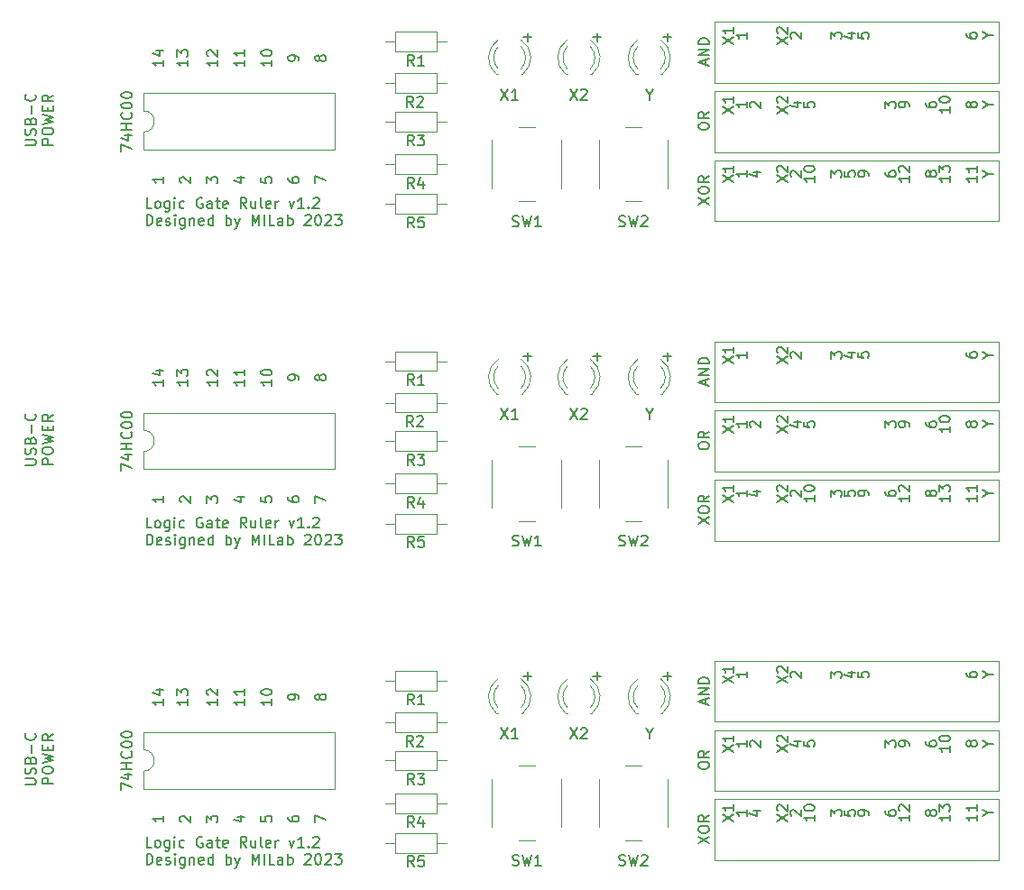
<source format=gbr>
%TF.GenerationSoftware,KiCad,Pcbnew,(6.0.10)*%
%TF.CreationDate,2023-10-04T10:21:36+09:00*%
%TF.ProjectId,simpleLogicCircuit,73696d70-6c65-44c6-9f67-696343697263,rev?*%
%TF.SameCoordinates,Original*%
%TF.FileFunction,Legend,Top*%
%TF.FilePolarity,Positive*%
%FSLAX46Y46*%
G04 Gerber Fmt 4.6, Leading zero omitted, Abs format (unit mm)*
G04 Created by KiCad (PCBNEW (6.0.10)) date 2023-10-04 10:21:36*
%MOMM*%
%LPD*%
G01*
G04 APERTURE LIST*
%ADD10C,0.150000*%
%ADD11C,0.120000*%
G04 APERTURE END LIST*
D10*
X53538380Y-110228476D02*
X53538380Y-110799904D01*
X53538380Y-110514190D02*
X52538380Y-110514190D01*
X52681238Y-110609428D01*
X52776476Y-110704666D01*
X52824095Y-110799904D01*
X53538380Y-109276095D02*
X53538380Y-109847523D01*
X53538380Y-109561809D02*
X52538380Y-109561809D01*
X52681238Y-109657047D01*
X52776476Y-109752285D01*
X52824095Y-109847523D01*
X49998380Y-121801333D02*
X49998380Y-121182285D01*
X50379333Y-121515619D01*
X50379333Y-121372761D01*
X50426952Y-121277523D01*
X50474571Y-121229904D01*
X50569809Y-121182285D01*
X50807904Y-121182285D01*
X50903142Y-121229904D01*
X50950761Y-121277523D01*
X50998380Y-121372761D01*
X50998380Y-121658476D01*
X50950761Y-121753714D01*
X50903142Y-121801333D01*
X45918380Y-110228476D02*
X45918380Y-110799904D01*
X45918380Y-110514190D02*
X44918380Y-110514190D01*
X45061238Y-110609428D01*
X45156476Y-110704666D01*
X45204095Y-110799904D01*
X45251714Y-109371333D02*
X45918380Y-109371333D01*
X44870761Y-109609428D02*
X45585047Y-109847523D01*
X45585047Y-109228476D01*
X79719047Y-108071428D02*
X80480952Y-108071428D01*
X80100000Y-108452380D02*
X80100000Y-107690476D01*
X60158380Y-121801333D02*
X60158380Y-121134666D01*
X61158380Y-121563238D01*
X58618380Y-110228476D02*
X58618380Y-110038000D01*
X58570761Y-109942761D01*
X58523142Y-109895142D01*
X58380285Y-109799904D01*
X58189809Y-109752285D01*
X57808857Y-109752285D01*
X57713619Y-109799904D01*
X57666000Y-109847523D01*
X57618380Y-109942761D01*
X57618380Y-110133238D01*
X57666000Y-110228476D01*
X57713619Y-110276095D01*
X57808857Y-110323714D01*
X58046952Y-110323714D01*
X58142190Y-110276095D01*
X58189809Y-110228476D01*
X58237428Y-110133238D01*
X58237428Y-109942761D01*
X58189809Y-109847523D01*
X58142190Y-109799904D01*
X58046952Y-109752285D01*
X52871714Y-121277523D02*
X53538380Y-121277523D01*
X52490761Y-121515619D02*
X53205047Y-121753714D01*
X53205047Y-121134666D01*
X92819047Y-108071428D02*
X93580952Y-108071428D01*
X93200000Y-108452380D02*
X93200000Y-107690476D01*
X56078380Y-110228476D02*
X56078380Y-110799904D01*
X56078380Y-110514190D02*
X55078380Y-110514190D01*
X55221238Y-110609428D01*
X55316476Y-110704666D01*
X55364095Y-110799904D01*
X55078380Y-109609428D02*
X55078380Y-109514190D01*
X55126000Y-109418952D01*
X55173619Y-109371333D01*
X55268857Y-109323714D01*
X55459333Y-109276095D01*
X55697428Y-109276095D01*
X55887904Y-109323714D01*
X55983142Y-109371333D01*
X56030761Y-109418952D01*
X56078380Y-109514190D01*
X56078380Y-109609428D01*
X56030761Y-109704666D01*
X55983142Y-109752285D01*
X55887904Y-109799904D01*
X55697428Y-109847523D01*
X55459333Y-109847523D01*
X55268857Y-109799904D01*
X55173619Y-109752285D01*
X55126000Y-109704666D01*
X55078380Y-109609428D01*
X86219047Y-108071428D02*
X86980952Y-108071428D01*
X86600000Y-108452380D02*
X86600000Y-107690476D01*
X57618380Y-121277523D02*
X57618380Y-121468000D01*
X57666000Y-121563238D01*
X57713619Y-121610857D01*
X57856476Y-121706095D01*
X58046952Y-121753714D01*
X58427904Y-121753714D01*
X58523142Y-121706095D01*
X58570761Y-121658476D01*
X58618380Y-121563238D01*
X58618380Y-121372761D01*
X58570761Y-121277523D01*
X58523142Y-121229904D01*
X58427904Y-121182285D01*
X58189809Y-121182285D01*
X58094571Y-121229904D01*
X58046952Y-121277523D01*
X57999333Y-121372761D01*
X57999333Y-121563238D01*
X58046952Y-121658476D01*
X58094571Y-121706095D01*
X58189809Y-121753714D01*
X47553619Y-121753714D02*
X47506000Y-121706095D01*
X47458380Y-121610857D01*
X47458380Y-121372761D01*
X47506000Y-121277523D01*
X47553619Y-121229904D01*
X47648857Y-121182285D01*
X47744095Y-121182285D01*
X47886952Y-121229904D01*
X48458380Y-121801333D01*
X48458380Y-121182285D01*
X44811785Y-124147380D02*
X44335595Y-124147380D01*
X44335595Y-123147380D01*
X45287976Y-124147380D02*
X45192738Y-124099761D01*
X45145119Y-124052142D01*
X45097500Y-123956904D01*
X45097500Y-123671190D01*
X45145119Y-123575952D01*
X45192738Y-123528333D01*
X45287976Y-123480714D01*
X45430833Y-123480714D01*
X45526071Y-123528333D01*
X45573690Y-123575952D01*
X45621309Y-123671190D01*
X45621309Y-123956904D01*
X45573690Y-124052142D01*
X45526071Y-124099761D01*
X45430833Y-124147380D01*
X45287976Y-124147380D01*
X46478452Y-123480714D02*
X46478452Y-124290238D01*
X46430833Y-124385476D01*
X46383214Y-124433095D01*
X46287976Y-124480714D01*
X46145119Y-124480714D01*
X46049880Y-124433095D01*
X46478452Y-124099761D02*
X46383214Y-124147380D01*
X46192738Y-124147380D01*
X46097500Y-124099761D01*
X46049880Y-124052142D01*
X46002261Y-123956904D01*
X46002261Y-123671190D01*
X46049880Y-123575952D01*
X46097500Y-123528333D01*
X46192738Y-123480714D01*
X46383214Y-123480714D01*
X46478452Y-123528333D01*
X46954642Y-124147380D02*
X46954642Y-123480714D01*
X46954642Y-123147380D02*
X46907023Y-123195000D01*
X46954642Y-123242619D01*
X47002261Y-123195000D01*
X46954642Y-123147380D01*
X46954642Y-123242619D01*
X47859404Y-124099761D02*
X47764166Y-124147380D01*
X47573690Y-124147380D01*
X47478452Y-124099761D01*
X47430833Y-124052142D01*
X47383214Y-123956904D01*
X47383214Y-123671190D01*
X47430833Y-123575952D01*
X47478452Y-123528333D01*
X47573690Y-123480714D01*
X47764166Y-123480714D01*
X47859404Y-123528333D01*
X49573690Y-123195000D02*
X49478452Y-123147380D01*
X49335595Y-123147380D01*
X49192738Y-123195000D01*
X49097500Y-123290238D01*
X49049880Y-123385476D01*
X49002261Y-123575952D01*
X49002261Y-123718809D01*
X49049880Y-123909285D01*
X49097500Y-124004523D01*
X49192738Y-124099761D01*
X49335595Y-124147380D01*
X49430833Y-124147380D01*
X49573690Y-124099761D01*
X49621309Y-124052142D01*
X49621309Y-123718809D01*
X49430833Y-123718809D01*
X50478452Y-124147380D02*
X50478452Y-123623571D01*
X50430833Y-123528333D01*
X50335595Y-123480714D01*
X50145119Y-123480714D01*
X50049880Y-123528333D01*
X50478452Y-124099761D02*
X50383214Y-124147380D01*
X50145119Y-124147380D01*
X50049880Y-124099761D01*
X50002261Y-124004523D01*
X50002261Y-123909285D01*
X50049880Y-123814047D01*
X50145119Y-123766428D01*
X50383214Y-123766428D01*
X50478452Y-123718809D01*
X50811785Y-123480714D02*
X51192738Y-123480714D01*
X50954642Y-123147380D02*
X50954642Y-124004523D01*
X51002261Y-124099761D01*
X51097500Y-124147380D01*
X51192738Y-124147380D01*
X51907023Y-124099761D02*
X51811785Y-124147380D01*
X51621309Y-124147380D01*
X51526071Y-124099761D01*
X51478452Y-124004523D01*
X51478452Y-123623571D01*
X51526071Y-123528333D01*
X51621309Y-123480714D01*
X51811785Y-123480714D01*
X51907023Y-123528333D01*
X51954642Y-123623571D01*
X51954642Y-123718809D01*
X51478452Y-123814047D01*
X53716547Y-124147380D02*
X53383214Y-123671190D01*
X53145119Y-124147380D02*
X53145119Y-123147380D01*
X53526071Y-123147380D01*
X53621309Y-123195000D01*
X53668928Y-123242619D01*
X53716547Y-123337857D01*
X53716547Y-123480714D01*
X53668928Y-123575952D01*
X53621309Y-123623571D01*
X53526071Y-123671190D01*
X53145119Y-123671190D01*
X54573690Y-123480714D02*
X54573690Y-124147380D01*
X54145119Y-123480714D02*
X54145119Y-124004523D01*
X54192738Y-124099761D01*
X54287976Y-124147380D01*
X54430833Y-124147380D01*
X54526071Y-124099761D01*
X54573690Y-124052142D01*
X55192738Y-124147380D02*
X55097500Y-124099761D01*
X55049880Y-124004523D01*
X55049880Y-123147380D01*
X55954642Y-124099761D02*
X55859404Y-124147380D01*
X55668928Y-124147380D01*
X55573690Y-124099761D01*
X55526071Y-124004523D01*
X55526071Y-123623571D01*
X55573690Y-123528333D01*
X55668928Y-123480714D01*
X55859404Y-123480714D01*
X55954642Y-123528333D01*
X56002261Y-123623571D01*
X56002261Y-123718809D01*
X55526071Y-123814047D01*
X56430833Y-124147380D02*
X56430833Y-123480714D01*
X56430833Y-123671190D02*
X56478452Y-123575952D01*
X56526071Y-123528333D01*
X56621309Y-123480714D01*
X56716547Y-123480714D01*
X57716547Y-123480714D02*
X57954642Y-124147380D01*
X58192738Y-123480714D01*
X59097500Y-124147380D02*
X58526071Y-124147380D01*
X58811785Y-124147380D02*
X58811785Y-123147380D01*
X58716547Y-123290238D01*
X58621309Y-123385476D01*
X58526071Y-123433095D01*
X59526071Y-124052142D02*
X59573690Y-124099761D01*
X59526071Y-124147380D01*
X59478452Y-124099761D01*
X59526071Y-124052142D01*
X59526071Y-124147380D01*
X59954642Y-123242619D02*
X60002261Y-123195000D01*
X60097500Y-123147380D01*
X60335595Y-123147380D01*
X60430833Y-123195000D01*
X60478452Y-123242619D01*
X60526071Y-123337857D01*
X60526071Y-123433095D01*
X60478452Y-123575952D01*
X59907023Y-124147380D01*
X60526071Y-124147380D01*
X44335595Y-125757380D02*
X44335595Y-124757380D01*
X44573690Y-124757380D01*
X44716547Y-124805000D01*
X44811785Y-124900238D01*
X44859404Y-124995476D01*
X44907023Y-125185952D01*
X44907023Y-125328809D01*
X44859404Y-125519285D01*
X44811785Y-125614523D01*
X44716547Y-125709761D01*
X44573690Y-125757380D01*
X44335595Y-125757380D01*
X45716547Y-125709761D02*
X45621309Y-125757380D01*
X45430833Y-125757380D01*
X45335595Y-125709761D01*
X45287976Y-125614523D01*
X45287976Y-125233571D01*
X45335595Y-125138333D01*
X45430833Y-125090714D01*
X45621309Y-125090714D01*
X45716547Y-125138333D01*
X45764166Y-125233571D01*
X45764166Y-125328809D01*
X45287976Y-125424047D01*
X46145119Y-125709761D02*
X46240357Y-125757380D01*
X46430833Y-125757380D01*
X46526071Y-125709761D01*
X46573690Y-125614523D01*
X46573690Y-125566904D01*
X46526071Y-125471666D01*
X46430833Y-125424047D01*
X46287976Y-125424047D01*
X46192738Y-125376428D01*
X46145119Y-125281190D01*
X46145119Y-125233571D01*
X46192738Y-125138333D01*
X46287976Y-125090714D01*
X46430833Y-125090714D01*
X46526071Y-125138333D01*
X47002261Y-125757380D02*
X47002261Y-125090714D01*
X47002261Y-124757380D02*
X46954642Y-124805000D01*
X47002261Y-124852619D01*
X47049880Y-124805000D01*
X47002261Y-124757380D01*
X47002261Y-124852619D01*
X47907023Y-125090714D02*
X47907023Y-125900238D01*
X47859404Y-125995476D01*
X47811785Y-126043095D01*
X47716547Y-126090714D01*
X47573690Y-126090714D01*
X47478452Y-126043095D01*
X47907023Y-125709761D02*
X47811785Y-125757380D01*
X47621309Y-125757380D01*
X47526071Y-125709761D01*
X47478452Y-125662142D01*
X47430833Y-125566904D01*
X47430833Y-125281190D01*
X47478452Y-125185952D01*
X47526071Y-125138333D01*
X47621309Y-125090714D01*
X47811785Y-125090714D01*
X47907023Y-125138333D01*
X48383214Y-125090714D02*
X48383214Y-125757380D01*
X48383214Y-125185952D02*
X48430833Y-125138333D01*
X48526071Y-125090714D01*
X48668928Y-125090714D01*
X48764166Y-125138333D01*
X48811785Y-125233571D01*
X48811785Y-125757380D01*
X49668928Y-125709761D02*
X49573690Y-125757380D01*
X49383214Y-125757380D01*
X49287976Y-125709761D01*
X49240357Y-125614523D01*
X49240357Y-125233571D01*
X49287976Y-125138333D01*
X49383214Y-125090714D01*
X49573690Y-125090714D01*
X49668928Y-125138333D01*
X49716547Y-125233571D01*
X49716547Y-125328809D01*
X49240357Y-125424047D01*
X50573690Y-125757380D02*
X50573690Y-124757380D01*
X50573690Y-125709761D02*
X50478452Y-125757380D01*
X50287976Y-125757380D01*
X50192738Y-125709761D01*
X50145119Y-125662142D01*
X50097500Y-125566904D01*
X50097500Y-125281190D01*
X50145119Y-125185952D01*
X50192738Y-125138333D01*
X50287976Y-125090714D01*
X50478452Y-125090714D01*
X50573690Y-125138333D01*
X51811785Y-125757380D02*
X51811785Y-124757380D01*
X51811785Y-125138333D02*
X51907023Y-125090714D01*
X52097500Y-125090714D01*
X52192738Y-125138333D01*
X52240357Y-125185952D01*
X52287976Y-125281190D01*
X52287976Y-125566904D01*
X52240357Y-125662142D01*
X52192738Y-125709761D01*
X52097500Y-125757380D01*
X51907023Y-125757380D01*
X51811785Y-125709761D01*
X52621309Y-125090714D02*
X52859404Y-125757380D01*
X53097500Y-125090714D02*
X52859404Y-125757380D01*
X52764166Y-125995476D01*
X52716547Y-126043095D01*
X52621309Y-126090714D01*
X54240357Y-125757380D02*
X54240357Y-124757380D01*
X54573690Y-125471666D01*
X54907023Y-124757380D01*
X54907023Y-125757380D01*
X55383214Y-125757380D02*
X55383214Y-124757380D01*
X56335595Y-125757380D02*
X55859404Y-125757380D01*
X55859404Y-124757380D01*
X57097500Y-125757380D02*
X57097500Y-125233571D01*
X57049880Y-125138333D01*
X56954642Y-125090714D01*
X56764166Y-125090714D01*
X56668928Y-125138333D01*
X57097500Y-125709761D02*
X57002261Y-125757380D01*
X56764166Y-125757380D01*
X56668928Y-125709761D01*
X56621309Y-125614523D01*
X56621309Y-125519285D01*
X56668928Y-125424047D01*
X56764166Y-125376428D01*
X57002261Y-125376428D01*
X57097500Y-125328809D01*
X57573690Y-125757380D02*
X57573690Y-124757380D01*
X57573690Y-125138333D02*
X57668928Y-125090714D01*
X57859404Y-125090714D01*
X57954642Y-125138333D01*
X58002261Y-125185952D01*
X58049880Y-125281190D01*
X58049880Y-125566904D01*
X58002261Y-125662142D01*
X57954642Y-125709761D01*
X57859404Y-125757380D01*
X57668928Y-125757380D01*
X57573690Y-125709761D01*
X59192738Y-124852619D02*
X59240357Y-124805000D01*
X59335595Y-124757380D01*
X59573690Y-124757380D01*
X59668928Y-124805000D01*
X59716547Y-124852619D01*
X59764166Y-124947857D01*
X59764166Y-125043095D01*
X59716547Y-125185952D01*
X59145119Y-125757380D01*
X59764166Y-125757380D01*
X60383214Y-124757380D02*
X60478452Y-124757380D01*
X60573690Y-124805000D01*
X60621309Y-124852619D01*
X60668928Y-124947857D01*
X60716547Y-125138333D01*
X60716547Y-125376428D01*
X60668928Y-125566904D01*
X60621309Y-125662142D01*
X60573690Y-125709761D01*
X60478452Y-125757380D01*
X60383214Y-125757380D01*
X60287976Y-125709761D01*
X60240357Y-125662142D01*
X60192738Y-125566904D01*
X60145119Y-125376428D01*
X60145119Y-125138333D01*
X60192738Y-124947857D01*
X60240357Y-124852619D01*
X60287976Y-124805000D01*
X60383214Y-124757380D01*
X61097500Y-124852619D02*
X61145119Y-124805000D01*
X61240357Y-124757380D01*
X61478452Y-124757380D01*
X61573690Y-124805000D01*
X61621309Y-124852619D01*
X61668928Y-124947857D01*
X61668928Y-125043095D01*
X61621309Y-125185952D01*
X61049880Y-125757380D01*
X61668928Y-125757380D01*
X62002261Y-124757380D02*
X62621309Y-124757380D01*
X62287976Y-125138333D01*
X62430833Y-125138333D01*
X62526071Y-125185952D01*
X62573690Y-125233571D01*
X62621309Y-125328809D01*
X62621309Y-125566904D01*
X62573690Y-125662142D01*
X62526071Y-125709761D01*
X62430833Y-125757380D01*
X62145119Y-125757380D01*
X62049880Y-125709761D01*
X62002261Y-125662142D01*
X60586952Y-110133238D02*
X60539333Y-110228476D01*
X60491714Y-110276095D01*
X60396476Y-110323714D01*
X60348857Y-110323714D01*
X60253619Y-110276095D01*
X60206000Y-110228476D01*
X60158380Y-110133238D01*
X60158380Y-109942761D01*
X60206000Y-109847523D01*
X60253619Y-109799904D01*
X60348857Y-109752285D01*
X60396476Y-109752285D01*
X60491714Y-109799904D01*
X60539333Y-109847523D01*
X60586952Y-109942761D01*
X60586952Y-110133238D01*
X60634571Y-110228476D01*
X60682190Y-110276095D01*
X60777428Y-110323714D01*
X60967904Y-110323714D01*
X61063142Y-110276095D01*
X61110761Y-110228476D01*
X61158380Y-110133238D01*
X61158380Y-109942761D01*
X61110761Y-109847523D01*
X61063142Y-109799904D01*
X60967904Y-109752285D01*
X60777428Y-109752285D01*
X60682190Y-109799904D01*
X60634571Y-109847523D01*
X60586952Y-109942761D01*
X45918380Y-121182285D02*
X45918380Y-121753714D01*
X45918380Y-121468000D02*
X44918380Y-121468000D01*
X45061238Y-121563238D01*
X45156476Y-121658476D01*
X45204095Y-121753714D01*
X32937380Y-118260952D02*
X33746904Y-118260952D01*
X33842142Y-118213333D01*
X33889761Y-118165714D01*
X33937380Y-118070476D01*
X33937380Y-117880000D01*
X33889761Y-117784761D01*
X33842142Y-117737142D01*
X33746904Y-117689523D01*
X32937380Y-117689523D01*
X33889761Y-117260952D02*
X33937380Y-117118095D01*
X33937380Y-116880000D01*
X33889761Y-116784761D01*
X33842142Y-116737142D01*
X33746904Y-116689523D01*
X33651666Y-116689523D01*
X33556428Y-116737142D01*
X33508809Y-116784761D01*
X33461190Y-116880000D01*
X33413571Y-117070476D01*
X33365952Y-117165714D01*
X33318333Y-117213333D01*
X33223095Y-117260952D01*
X33127857Y-117260952D01*
X33032619Y-117213333D01*
X32985000Y-117165714D01*
X32937380Y-117070476D01*
X32937380Y-116832380D01*
X32985000Y-116689523D01*
X33413571Y-115927619D02*
X33461190Y-115784761D01*
X33508809Y-115737142D01*
X33604047Y-115689523D01*
X33746904Y-115689523D01*
X33842142Y-115737142D01*
X33889761Y-115784761D01*
X33937380Y-115880000D01*
X33937380Y-116260952D01*
X32937380Y-116260952D01*
X32937380Y-115927619D01*
X32985000Y-115832380D01*
X33032619Y-115784761D01*
X33127857Y-115737142D01*
X33223095Y-115737142D01*
X33318333Y-115784761D01*
X33365952Y-115832380D01*
X33413571Y-115927619D01*
X33413571Y-116260952D01*
X33556428Y-115260952D02*
X33556428Y-114499047D01*
X33842142Y-113451428D02*
X33889761Y-113499047D01*
X33937380Y-113641904D01*
X33937380Y-113737142D01*
X33889761Y-113880000D01*
X33794523Y-113975238D01*
X33699285Y-114022857D01*
X33508809Y-114070476D01*
X33365952Y-114070476D01*
X33175476Y-114022857D01*
X33080238Y-113975238D01*
X32985000Y-113880000D01*
X32937380Y-113737142D01*
X32937380Y-113641904D01*
X32985000Y-113499047D01*
X33032619Y-113451428D01*
X35547380Y-118189523D02*
X34547380Y-118189523D01*
X34547380Y-117808571D01*
X34595000Y-117713333D01*
X34642619Y-117665714D01*
X34737857Y-117618095D01*
X34880714Y-117618095D01*
X34975952Y-117665714D01*
X35023571Y-117713333D01*
X35071190Y-117808571D01*
X35071190Y-118189523D01*
X34547380Y-116999047D02*
X34547380Y-116808571D01*
X34595000Y-116713333D01*
X34690238Y-116618095D01*
X34880714Y-116570476D01*
X35214047Y-116570476D01*
X35404523Y-116618095D01*
X35499761Y-116713333D01*
X35547380Y-116808571D01*
X35547380Y-116999047D01*
X35499761Y-117094285D01*
X35404523Y-117189523D01*
X35214047Y-117237142D01*
X34880714Y-117237142D01*
X34690238Y-117189523D01*
X34595000Y-117094285D01*
X34547380Y-116999047D01*
X34547380Y-116237142D02*
X35547380Y-115999047D01*
X34833095Y-115808571D01*
X35547380Y-115618095D01*
X34547380Y-115380000D01*
X35023571Y-114999047D02*
X35023571Y-114665714D01*
X35547380Y-114522857D02*
X35547380Y-114999047D01*
X34547380Y-114999047D01*
X34547380Y-114522857D01*
X35547380Y-113522857D02*
X35071190Y-113856190D01*
X35547380Y-114094285D02*
X34547380Y-114094285D01*
X34547380Y-113713333D01*
X34595000Y-113618095D01*
X34642619Y-113570476D01*
X34737857Y-113522857D01*
X34880714Y-113522857D01*
X34975952Y-113570476D01*
X35023571Y-113618095D01*
X35071190Y-113713333D01*
X35071190Y-114094285D01*
X50998380Y-110228476D02*
X50998380Y-110799904D01*
X50998380Y-110514190D02*
X49998380Y-110514190D01*
X50141238Y-110609428D01*
X50236476Y-110704666D01*
X50284095Y-110799904D01*
X50093619Y-109847523D02*
X50046000Y-109799904D01*
X49998380Y-109704666D01*
X49998380Y-109466571D01*
X50046000Y-109371333D01*
X50093619Y-109323714D01*
X50188857Y-109276095D01*
X50284095Y-109276095D01*
X50426952Y-109323714D01*
X50998380Y-109895142D01*
X50998380Y-109276095D01*
X48204380Y-110228476D02*
X48204380Y-110799904D01*
X48204380Y-110514190D02*
X47204380Y-110514190D01*
X47347238Y-110609428D01*
X47442476Y-110704666D01*
X47490095Y-110799904D01*
X47204380Y-109895142D02*
X47204380Y-109276095D01*
X47585333Y-109609428D01*
X47585333Y-109466571D01*
X47632952Y-109371333D01*
X47680571Y-109323714D01*
X47775809Y-109276095D01*
X48013904Y-109276095D01*
X48109142Y-109323714D01*
X48156761Y-109371333D01*
X48204380Y-109466571D01*
X48204380Y-109752285D01*
X48156761Y-109847523D01*
X48109142Y-109895142D01*
X55078380Y-121229904D02*
X55078380Y-121706095D01*
X55554571Y-121753714D01*
X55506952Y-121706095D01*
X55459333Y-121610857D01*
X55459333Y-121372761D01*
X55506952Y-121277523D01*
X55554571Y-121229904D01*
X55649809Y-121182285D01*
X55887904Y-121182285D01*
X55983142Y-121229904D01*
X56030761Y-121277523D01*
X56078380Y-121372761D01*
X56078380Y-121610857D01*
X56030761Y-121706095D01*
X55983142Y-121753714D01*
X53538380Y-80228476D02*
X53538380Y-80799904D01*
X53538380Y-80514190D02*
X52538380Y-80514190D01*
X52681238Y-80609428D01*
X52776476Y-80704666D01*
X52824095Y-80799904D01*
X53538380Y-79276095D02*
X53538380Y-79847523D01*
X53538380Y-79561809D02*
X52538380Y-79561809D01*
X52681238Y-79657047D01*
X52776476Y-79752285D01*
X52824095Y-79847523D01*
X49998380Y-91801333D02*
X49998380Y-91182285D01*
X50379333Y-91515619D01*
X50379333Y-91372761D01*
X50426952Y-91277523D01*
X50474571Y-91229904D01*
X50569809Y-91182285D01*
X50807904Y-91182285D01*
X50903142Y-91229904D01*
X50950761Y-91277523D01*
X50998380Y-91372761D01*
X50998380Y-91658476D01*
X50950761Y-91753714D01*
X50903142Y-91801333D01*
X45918380Y-80228476D02*
X45918380Y-80799904D01*
X45918380Y-80514190D02*
X44918380Y-80514190D01*
X45061238Y-80609428D01*
X45156476Y-80704666D01*
X45204095Y-80799904D01*
X45251714Y-79371333D02*
X45918380Y-79371333D01*
X44870761Y-79609428D02*
X45585047Y-79847523D01*
X45585047Y-79228476D01*
X79719047Y-78071428D02*
X80480952Y-78071428D01*
X80100000Y-78452380D02*
X80100000Y-77690476D01*
X60158380Y-91801333D02*
X60158380Y-91134666D01*
X61158380Y-91563238D01*
X58618380Y-80228476D02*
X58618380Y-80038000D01*
X58570761Y-79942761D01*
X58523142Y-79895142D01*
X58380285Y-79799904D01*
X58189809Y-79752285D01*
X57808857Y-79752285D01*
X57713619Y-79799904D01*
X57666000Y-79847523D01*
X57618380Y-79942761D01*
X57618380Y-80133238D01*
X57666000Y-80228476D01*
X57713619Y-80276095D01*
X57808857Y-80323714D01*
X58046952Y-80323714D01*
X58142190Y-80276095D01*
X58189809Y-80228476D01*
X58237428Y-80133238D01*
X58237428Y-79942761D01*
X58189809Y-79847523D01*
X58142190Y-79799904D01*
X58046952Y-79752285D01*
X52871714Y-91277523D02*
X53538380Y-91277523D01*
X52490761Y-91515619D02*
X53205047Y-91753714D01*
X53205047Y-91134666D01*
X92819047Y-78071428D02*
X93580952Y-78071428D01*
X93200000Y-78452380D02*
X93200000Y-77690476D01*
X56078380Y-80228476D02*
X56078380Y-80799904D01*
X56078380Y-80514190D02*
X55078380Y-80514190D01*
X55221238Y-80609428D01*
X55316476Y-80704666D01*
X55364095Y-80799904D01*
X55078380Y-79609428D02*
X55078380Y-79514190D01*
X55126000Y-79418952D01*
X55173619Y-79371333D01*
X55268857Y-79323714D01*
X55459333Y-79276095D01*
X55697428Y-79276095D01*
X55887904Y-79323714D01*
X55983142Y-79371333D01*
X56030761Y-79418952D01*
X56078380Y-79514190D01*
X56078380Y-79609428D01*
X56030761Y-79704666D01*
X55983142Y-79752285D01*
X55887904Y-79799904D01*
X55697428Y-79847523D01*
X55459333Y-79847523D01*
X55268857Y-79799904D01*
X55173619Y-79752285D01*
X55126000Y-79704666D01*
X55078380Y-79609428D01*
X86219047Y-78071428D02*
X86980952Y-78071428D01*
X86600000Y-78452380D02*
X86600000Y-77690476D01*
X57618380Y-91277523D02*
X57618380Y-91468000D01*
X57666000Y-91563238D01*
X57713619Y-91610857D01*
X57856476Y-91706095D01*
X58046952Y-91753714D01*
X58427904Y-91753714D01*
X58523142Y-91706095D01*
X58570761Y-91658476D01*
X58618380Y-91563238D01*
X58618380Y-91372761D01*
X58570761Y-91277523D01*
X58523142Y-91229904D01*
X58427904Y-91182285D01*
X58189809Y-91182285D01*
X58094571Y-91229904D01*
X58046952Y-91277523D01*
X57999333Y-91372761D01*
X57999333Y-91563238D01*
X58046952Y-91658476D01*
X58094571Y-91706095D01*
X58189809Y-91753714D01*
X47553619Y-91753714D02*
X47506000Y-91706095D01*
X47458380Y-91610857D01*
X47458380Y-91372761D01*
X47506000Y-91277523D01*
X47553619Y-91229904D01*
X47648857Y-91182285D01*
X47744095Y-91182285D01*
X47886952Y-91229904D01*
X48458380Y-91801333D01*
X48458380Y-91182285D01*
X44811785Y-94147380D02*
X44335595Y-94147380D01*
X44335595Y-93147380D01*
X45287976Y-94147380D02*
X45192738Y-94099761D01*
X45145119Y-94052142D01*
X45097500Y-93956904D01*
X45097500Y-93671190D01*
X45145119Y-93575952D01*
X45192738Y-93528333D01*
X45287976Y-93480714D01*
X45430833Y-93480714D01*
X45526071Y-93528333D01*
X45573690Y-93575952D01*
X45621309Y-93671190D01*
X45621309Y-93956904D01*
X45573690Y-94052142D01*
X45526071Y-94099761D01*
X45430833Y-94147380D01*
X45287976Y-94147380D01*
X46478452Y-93480714D02*
X46478452Y-94290238D01*
X46430833Y-94385476D01*
X46383214Y-94433095D01*
X46287976Y-94480714D01*
X46145119Y-94480714D01*
X46049880Y-94433095D01*
X46478452Y-94099761D02*
X46383214Y-94147380D01*
X46192738Y-94147380D01*
X46097500Y-94099761D01*
X46049880Y-94052142D01*
X46002261Y-93956904D01*
X46002261Y-93671190D01*
X46049880Y-93575952D01*
X46097500Y-93528333D01*
X46192738Y-93480714D01*
X46383214Y-93480714D01*
X46478452Y-93528333D01*
X46954642Y-94147380D02*
X46954642Y-93480714D01*
X46954642Y-93147380D02*
X46907023Y-93195000D01*
X46954642Y-93242619D01*
X47002261Y-93195000D01*
X46954642Y-93147380D01*
X46954642Y-93242619D01*
X47859404Y-94099761D02*
X47764166Y-94147380D01*
X47573690Y-94147380D01*
X47478452Y-94099761D01*
X47430833Y-94052142D01*
X47383214Y-93956904D01*
X47383214Y-93671190D01*
X47430833Y-93575952D01*
X47478452Y-93528333D01*
X47573690Y-93480714D01*
X47764166Y-93480714D01*
X47859404Y-93528333D01*
X49573690Y-93195000D02*
X49478452Y-93147380D01*
X49335595Y-93147380D01*
X49192738Y-93195000D01*
X49097500Y-93290238D01*
X49049880Y-93385476D01*
X49002261Y-93575952D01*
X49002261Y-93718809D01*
X49049880Y-93909285D01*
X49097500Y-94004523D01*
X49192738Y-94099761D01*
X49335595Y-94147380D01*
X49430833Y-94147380D01*
X49573690Y-94099761D01*
X49621309Y-94052142D01*
X49621309Y-93718809D01*
X49430833Y-93718809D01*
X50478452Y-94147380D02*
X50478452Y-93623571D01*
X50430833Y-93528333D01*
X50335595Y-93480714D01*
X50145119Y-93480714D01*
X50049880Y-93528333D01*
X50478452Y-94099761D02*
X50383214Y-94147380D01*
X50145119Y-94147380D01*
X50049880Y-94099761D01*
X50002261Y-94004523D01*
X50002261Y-93909285D01*
X50049880Y-93814047D01*
X50145119Y-93766428D01*
X50383214Y-93766428D01*
X50478452Y-93718809D01*
X50811785Y-93480714D02*
X51192738Y-93480714D01*
X50954642Y-93147380D02*
X50954642Y-94004523D01*
X51002261Y-94099761D01*
X51097500Y-94147380D01*
X51192738Y-94147380D01*
X51907023Y-94099761D02*
X51811785Y-94147380D01*
X51621309Y-94147380D01*
X51526071Y-94099761D01*
X51478452Y-94004523D01*
X51478452Y-93623571D01*
X51526071Y-93528333D01*
X51621309Y-93480714D01*
X51811785Y-93480714D01*
X51907023Y-93528333D01*
X51954642Y-93623571D01*
X51954642Y-93718809D01*
X51478452Y-93814047D01*
X53716547Y-94147380D02*
X53383214Y-93671190D01*
X53145119Y-94147380D02*
X53145119Y-93147380D01*
X53526071Y-93147380D01*
X53621309Y-93195000D01*
X53668928Y-93242619D01*
X53716547Y-93337857D01*
X53716547Y-93480714D01*
X53668928Y-93575952D01*
X53621309Y-93623571D01*
X53526071Y-93671190D01*
X53145119Y-93671190D01*
X54573690Y-93480714D02*
X54573690Y-94147380D01*
X54145119Y-93480714D02*
X54145119Y-94004523D01*
X54192738Y-94099761D01*
X54287976Y-94147380D01*
X54430833Y-94147380D01*
X54526071Y-94099761D01*
X54573690Y-94052142D01*
X55192738Y-94147380D02*
X55097500Y-94099761D01*
X55049880Y-94004523D01*
X55049880Y-93147380D01*
X55954642Y-94099761D02*
X55859404Y-94147380D01*
X55668928Y-94147380D01*
X55573690Y-94099761D01*
X55526071Y-94004523D01*
X55526071Y-93623571D01*
X55573690Y-93528333D01*
X55668928Y-93480714D01*
X55859404Y-93480714D01*
X55954642Y-93528333D01*
X56002261Y-93623571D01*
X56002261Y-93718809D01*
X55526071Y-93814047D01*
X56430833Y-94147380D02*
X56430833Y-93480714D01*
X56430833Y-93671190D02*
X56478452Y-93575952D01*
X56526071Y-93528333D01*
X56621309Y-93480714D01*
X56716547Y-93480714D01*
X57716547Y-93480714D02*
X57954642Y-94147380D01*
X58192738Y-93480714D01*
X59097500Y-94147380D02*
X58526071Y-94147380D01*
X58811785Y-94147380D02*
X58811785Y-93147380D01*
X58716547Y-93290238D01*
X58621309Y-93385476D01*
X58526071Y-93433095D01*
X59526071Y-94052142D02*
X59573690Y-94099761D01*
X59526071Y-94147380D01*
X59478452Y-94099761D01*
X59526071Y-94052142D01*
X59526071Y-94147380D01*
X59954642Y-93242619D02*
X60002261Y-93195000D01*
X60097500Y-93147380D01*
X60335595Y-93147380D01*
X60430833Y-93195000D01*
X60478452Y-93242619D01*
X60526071Y-93337857D01*
X60526071Y-93433095D01*
X60478452Y-93575952D01*
X59907023Y-94147380D01*
X60526071Y-94147380D01*
X44335595Y-95757380D02*
X44335595Y-94757380D01*
X44573690Y-94757380D01*
X44716547Y-94805000D01*
X44811785Y-94900238D01*
X44859404Y-94995476D01*
X44907023Y-95185952D01*
X44907023Y-95328809D01*
X44859404Y-95519285D01*
X44811785Y-95614523D01*
X44716547Y-95709761D01*
X44573690Y-95757380D01*
X44335595Y-95757380D01*
X45716547Y-95709761D02*
X45621309Y-95757380D01*
X45430833Y-95757380D01*
X45335595Y-95709761D01*
X45287976Y-95614523D01*
X45287976Y-95233571D01*
X45335595Y-95138333D01*
X45430833Y-95090714D01*
X45621309Y-95090714D01*
X45716547Y-95138333D01*
X45764166Y-95233571D01*
X45764166Y-95328809D01*
X45287976Y-95424047D01*
X46145119Y-95709761D02*
X46240357Y-95757380D01*
X46430833Y-95757380D01*
X46526071Y-95709761D01*
X46573690Y-95614523D01*
X46573690Y-95566904D01*
X46526071Y-95471666D01*
X46430833Y-95424047D01*
X46287976Y-95424047D01*
X46192738Y-95376428D01*
X46145119Y-95281190D01*
X46145119Y-95233571D01*
X46192738Y-95138333D01*
X46287976Y-95090714D01*
X46430833Y-95090714D01*
X46526071Y-95138333D01*
X47002261Y-95757380D02*
X47002261Y-95090714D01*
X47002261Y-94757380D02*
X46954642Y-94805000D01*
X47002261Y-94852619D01*
X47049880Y-94805000D01*
X47002261Y-94757380D01*
X47002261Y-94852619D01*
X47907023Y-95090714D02*
X47907023Y-95900238D01*
X47859404Y-95995476D01*
X47811785Y-96043095D01*
X47716547Y-96090714D01*
X47573690Y-96090714D01*
X47478452Y-96043095D01*
X47907023Y-95709761D02*
X47811785Y-95757380D01*
X47621309Y-95757380D01*
X47526071Y-95709761D01*
X47478452Y-95662142D01*
X47430833Y-95566904D01*
X47430833Y-95281190D01*
X47478452Y-95185952D01*
X47526071Y-95138333D01*
X47621309Y-95090714D01*
X47811785Y-95090714D01*
X47907023Y-95138333D01*
X48383214Y-95090714D02*
X48383214Y-95757380D01*
X48383214Y-95185952D02*
X48430833Y-95138333D01*
X48526071Y-95090714D01*
X48668928Y-95090714D01*
X48764166Y-95138333D01*
X48811785Y-95233571D01*
X48811785Y-95757380D01*
X49668928Y-95709761D02*
X49573690Y-95757380D01*
X49383214Y-95757380D01*
X49287976Y-95709761D01*
X49240357Y-95614523D01*
X49240357Y-95233571D01*
X49287976Y-95138333D01*
X49383214Y-95090714D01*
X49573690Y-95090714D01*
X49668928Y-95138333D01*
X49716547Y-95233571D01*
X49716547Y-95328809D01*
X49240357Y-95424047D01*
X50573690Y-95757380D02*
X50573690Y-94757380D01*
X50573690Y-95709761D02*
X50478452Y-95757380D01*
X50287976Y-95757380D01*
X50192738Y-95709761D01*
X50145119Y-95662142D01*
X50097500Y-95566904D01*
X50097500Y-95281190D01*
X50145119Y-95185952D01*
X50192738Y-95138333D01*
X50287976Y-95090714D01*
X50478452Y-95090714D01*
X50573690Y-95138333D01*
X51811785Y-95757380D02*
X51811785Y-94757380D01*
X51811785Y-95138333D02*
X51907023Y-95090714D01*
X52097500Y-95090714D01*
X52192738Y-95138333D01*
X52240357Y-95185952D01*
X52287976Y-95281190D01*
X52287976Y-95566904D01*
X52240357Y-95662142D01*
X52192738Y-95709761D01*
X52097500Y-95757380D01*
X51907023Y-95757380D01*
X51811785Y-95709761D01*
X52621309Y-95090714D02*
X52859404Y-95757380D01*
X53097500Y-95090714D02*
X52859404Y-95757380D01*
X52764166Y-95995476D01*
X52716547Y-96043095D01*
X52621309Y-96090714D01*
X54240357Y-95757380D02*
X54240357Y-94757380D01*
X54573690Y-95471666D01*
X54907023Y-94757380D01*
X54907023Y-95757380D01*
X55383214Y-95757380D02*
X55383214Y-94757380D01*
X56335595Y-95757380D02*
X55859404Y-95757380D01*
X55859404Y-94757380D01*
X57097500Y-95757380D02*
X57097500Y-95233571D01*
X57049880Y-95138333D01*
X56954642Y-95090714D01*
X56764166Y-95090714D01*
X56668928Y-95138333D01*
X57097500Y-95709761D02*
X57002261Y-95757380D01*
X56764166Y-95757380D01*
X56668928Y-95709761D01*
X56621309Y-95614523D01*
X56621309Y-95519285D01*
X56668928Y-95424047D01*
X56764166Y-95376428D01*
X57002261Y-95376428D01*
X57097500Y-95328809D01*
X57573690Y-95757380D02*
X57573690Y-94757380D01*
X57573690Y-95138333D02*
X57668928Y-95090714D01*
X57859404Y-95090714D01*
X57954642Y-95138333D01*
X58002261Y-95185952D01*
X58049880Y-95281190D01*
X58049880Y-95566904D01*
X58002261Y-95662142D01*
X57954642Y-95709761D01*
X57859404Y-95757380D01*
X57668928Y-95757380D01*
X57573690Y-95709761D01*
X59192738Y-94852619D02*
X59240357Y-94805000D01*
X59335595Y-94757380D01*
X59573690Y-94757380D01*
X59668928Y-94805000D01*
X59716547Y-94852619D01*
X59764166Y-94947857D01*
X59764166Y-95043095D01*
X59716547Y-95185952D01*
X59145119Y-95757380D01*
X59764166Y-95757380D01*
X60383214Y-94757380D02*
X60478452Y-94757380D01*
X60573690Y-94805000D01*
X60621309Y-94852619D01*
X60668928Y-94947857D01*
X60716547Y-95138333D01*
X60716547Y-95376428D01*
X60668928Y-95566904D01*
X60621309Y-95662142D01*
X60573690Y-95709761D01*
X60478452Y-95757380D01*
X60383214Y-95757380D01*
X60287976Y-95709761D01*
X60240357Y-95662142D01*
X60192738Y-95566904D01*
X60145119Y-95376428D01*
X60145119Y-95138333D01*
X60192738Y-94947857D01*
X60240357Y-94852619D01*
X60287976Y-94805000D01*
X60383214Y-94757380D01*
X61097500Y-94852619D02*
X61145119Y-94805000D01*
X61240357Y-94757380D01*
X61478452Y-94757380D01*
X61573690Y-94805000D01*
X61621309Y-94852619D01*
X61668928Y-94947857D01*
X61668928Y-95043095D01*
X61621309Y-95185952D01*
X61049880Y-95757380D01*
X61668928Y-95757380D01*
X62002261Y-94757380D02*
X62621309Y-94757380D01*
X62287976Y-95138333D01*
X62430833Y-95138333D01*
X62526071Y-95185952D01*
X62573690Y-95233571D01*
X62621309Y-95328809D01*
X62621309Y-95566904D01*
X62573690Y-95662142D01*
X62526071Y-95709761D01*
X62430833Y-95757380D01*
X62145119Y-95757380D01*
X62049880Y-95709761D01*
X62002261Y-95662142D01*
X60586952Y-80133238D02*
X60539333Y-80228476D01*
X60491714Y-80276095D01*
X60396476Y-80323714D01*
X60348857Y-80323714D01*
X60253619Y-80276095D01*
X60206000Y-80228476D01*
X60158380Y-80133238D01*
X60158380Y-79942761D01*
X60206000Y-79847523D01*
X60253619Y-79799904D01*
X60348857Y-79752285D01*
X60396476Y-79752285D01*
X60491714Y-79799904D01*
X60539333Y-79847523D01*
X60586952Y-79942761D01*
X60586952Y-80133238D01*
X60634571Y-80228476D01*
X60682190Y-80276095D01*
X60777428Y-80323714D01*
X60967904Y-80323714D01*
X61063142Y-80276095D01*
X61110761Y-80228476D01*
X61158380Y-80133238D01*
X61158380Y-79942761D01*
X61110761Y-79847523D01*
X61063142Y-79799904D01*
X60967904Y-79752285D01*
X60777428Y-79752285D01*
X60682190Y-79799904D01*
X60634571Y-79847523D01*
X60586952Y-79942761D01*
X45918380Y-91182285D02*
X45918380Y-91753714D01*
X45918380Y-91468000D02*
X44918380Y-91468000D01*
X45061238Y-91563238D01*
X45156476Y-91658476D01*
X45204095Y-91753714D01*
X32937380Y-88260952D02*
X33746904Y-88260952D01*
X33842142Y-88213333D01*
X33889761Y-88165714D01*
X33937380Y-88070476D01*
X33937380Y-87880000D01*
X33889761Y-87784761D01*
X33842142Y-87737142D01*
X33746904Y-87689523D01*
X32937380Y-87689523D01*
X33889761Y-87260952D02*
X33937380Y-87118095D01*
X33937380Y-86880000D01*
X33889761Y-86784761D01*
X33842142Y-86737142D01*
X33746904Y-86689523D01*
X33651666Y-86689523D01*
X33556428Y-86737142D01*
X33508809Y-86784761D01*
X33461190Y-86880000D01*
X33413571Y-87070476D01*
X33365952Y-87165714D01*
X33318333Y-87213333D01*
X33223095Y-87260952D01*
X33127857Y-87260952D01*
X33032619Y-87213333D01*
X32985000Y-87165714D01*
X32937380Y-87070476D01*
X32937380Y-86832380D01*
X32985000Y-86689523D01*
X33413571Y-85927619D02*
X33461190Y-85784761D01*
X33508809Y-85737142D01*
X33604047Y-85689523D01*
X33746904Y-85689523D01*
X33842142Y-85737142D01*
X33889761Y-85784761D01*
X33937380Y-85880000D01*
X33937380Y-86260952D01*
X32937380Y-86260952D01*
X32937380Y-85927619D01*
X32985000Y-85832380D01*
X33032619Y-85784761D01*
X33127857Y-85737142D01*
X33223095Y-85737142D01*
X33318333Y-85784761D01*
X33365952Y-85832380D01*
X33413571Y-85927619D01*
X33413571Y-86260952D01*
X33556428Y-85260952D02*
X33556428Y-84499047D01*
X33842142Y-83451428D02*
X33889761Y-83499047D01*
X33937380Y-83641904D01*
X33937380Y-83737142D01*
X33889761Y-83880000D01*
X33794523Y-83975238D01*
X33699285Y-84022857D01*
X33508809Y-84070476D01*
X33365952Y-84070476D01*
X33175476Y-84022857D01*
X33080238Y-83975238D01*
X32985000Y-83880000D01*
X32937380Y-83737142D01*
X32937380Y-83641904D01*
X32985000Y-83499047D01*
X33032619Y-83451428D01*
X35547380Y-88189523D02*
X34547380Y-88189523D01*
X34547380Y-87808571D01*
X34595000Y-87713333D01*
X34642619Y-87665714D01*
X34737857Y-87618095D01*
X34880714Y-87618095D01*
X34975952Y-87665714D01*
X35023571Y-87713333D01*
X35071190Y-87808571D01*
X35071190Y-88189523D01*
X34547380Y-86999047D02*
X34547380Y-86808571D01*
X34595000Y-86713333D01*
X34690238Y-86618095D01*
X34880714Y-86570476D01*
X35214047Y-86570476D01*
X35404523Y-86618095D01*
X35499761Y-86713333D01*
X35547380Y-86808571D01*
X35547380Y-86999047D01*
X35499761Y-87094285D01*
X35404523Y-87189523D01*
X35214047Y-87237142D01*
X34880714Y-87237142D01*
X34690238Y-87189523D01*
X34595000Y-87094285D01*
X34547380Y-86999047D01*
X34547380Y-86237142D02*
X35547380Y-85999047D01*
X34833095Y-85808571D01*
X35547380Y-85618095D01*
X34547380Y-85380000D01*
X35023571Y-84999047D02*
X35023571Y-84665714D01*
X35547380Y-84522857D02*
X35547380Y-84999047D01*
X34547380Y-84999047D01*
X34547380Y-84522857D01*
X35547380Y-83522857D02*
X35071190Y-83856190D01*
X35547380Y-84094285D02*
X34547380Y-84094285D01*
X34547380Y-83713333D01*
X34595000Y-83618095D01*
X34642619Y-83570476D01*
X34737857Y-83522857D01*
X34880714Y-83522857D01*
X34975952Y-83570476D01*
X35023571Y-83618095D01*
X35071190Y-83713333D01*
X35071190Y-84094285D01*
X50998380Y-80228476D02*
X50998380Y-80799904D01*
X50998380Y-80514190D02*
X49998380Y-80514190D01*
X50141238Y-80609428D01*
X50236476Y-80704666D01*
X50284095Y-80799904D01*
X50093619Y-79847523D02*
X50046000Y-79799904D01*
X49998380Y-79704666D01*
X49998380Y-79466571D01*
X50046000Y-79371333D01*
X50093619Y-79323714D01*
X50188857Y-79276095D01*
X50284095Y-79276095D01*
X50426952Y-79323714D01*
X50998380Y-79895142D01*
X50998380Y-79276095D01*
X48204380Y-80228476D02*
X48204380Y-80799904D01*
X48204380Y-80514190D02*
X47204380Y-80514190D01*
X47347238Y-80609428D01*
X47442476Y-80704666D01*
X47490095Y-80799904D01*
X47204380Y-79895142D02*
X47204380Y-79276095D01*
X47585333Y-79609428D01*
X47585333Y-79466571D01*
X47632952Y-79371333D01*
X47680571Y-79323714D01*
X47775809Y-79276095D01*
X48013904Y-79276095D01*
X48109142Y-79323714D01*
X48156761Y-79371333D01*
X48204380Y-79466571D01*
X48204380Y-79752285D01*
X48156761Y-79847523D01*
X48109142Y-79895142D01*
X55078380Y-91229904D02*
X55078380Y-91706095D01*
X55554571Y-91753714D01*
X55506952Y-91706095D01*
X55459333Y-91610857D01*
X55459333Y-91372761D01*
X55506952Y-91277523D01*
X55554571Y-91229904D01*
X55649809Y-91182285D01*
X55887904Y-91182285D01*
X55983142Y-91229904D01*
X56030761Y-91277523D01*
X56078380Y-91372761D01*
X56078380Y-91610857D01*
X56030761Y-91706095D01*
X55983142Y-91753714D01*
X50998380Y-50228476D02*
X50998380Y-50799904D01*
X50998380Y-50514190D02*
X49998380Y-50514190D01*
X50141238Y-50609428D01*
X50236476Y-50704666D01*
X50284095Y-50799904D01*
X50093619Y-49847523D02*
X50046000Y-49799904D01*
X49998380Y-49704666D01*
X49998380Y-49466571D01*
X50046000Y-49371333D01*
X50093619Y-49323714D01*
X50188857Y-49276095D01*
X50284095Y-49276095D01*
X50426952Y-49323714D01*
X50998380Y-49895142D01*
X50998380Y-49276095D01*
X79719047Y-48071428D02*
X80480952Y-48071428D01*
X80100000Y-48452380D02*
X80100000Y-47690476D01*
X92819047Y-48071428D02*
X93580952Y-48071428D01*
X93200000Y-48452380D02*
X93200000Y-47690476D01*
X45918380Y-50228476D02*
X45918380Y-50799904D01*
X45918380Y-50514190D02*
X44918380Y-50514190D01*
X45061238Y-50609428D01*
X45156476Y-50704666D01*
X45204095Y-50799904D01*
X45251714Y-49371333D02*
X45918380Y-49371333D01*
X44870761Y-49609428D02*
X45585047Y-49847523D01*
X45585047Y-49228476D01*
X47553619Y-61753714D02*
X47506000Y-61706095D01*
X47458380Y-61610857D01*
X47458380Y-61372761D01*
X47506000Y-61277523D01*
X47553619Y-61229904D01*
X47648857Y-61182285D01*
X47744095Y-61182285D01*
X47886952Y-61229904D01*
X48458380Y-61801333D01*
X48458380Y-61182285D01*
X32937380Y-58260952D02*
X33746904Y-58260952D01*
X33842142Y-58213333D01*
X33889761Y-58165714D01*
X33937380Y-58070476D01*
X33937380Y-57880000D01*
X33889761Y-57784761D01*
X33842142Y-57737142D01*
X33746904Y-57689523D01*
X32937380Y-57689523D01*
X33889761Y-57260952D02*
X33937380Y-57118095D01*
X33937380Y-56880000D01*
X33889761Y-56784761D01*
X33842142Y-56737142D01*
X33746904Y-56689523D01*
X33651666Y-56689523D01*
X33556428Y-56737142D01*
X33508809Y-56784761D01*
X33461190Y-56880000D01*
X33413571Y-57070476D01*
X33365952Y-57165714D01*
X33318333Y-57213333D01*
X33223095Y-57260952D01*
X33127857Y-57260952D01*
X33032619Y-57213333D01*
X32985000Y-57165714D01*
X32937380Y-57070476D01*
X32937380Y-56832380D01*
X32985000Y-56689523D01*
X33413571Y-55927619D02*
X33461190Y-55784761D01*
X33508809Y-55737142D01*
X33604047Y-55689523D01*
X33746904Y-55689523D01*
X33842142Y-55737142D01*
X33889761Y-55784761D01*
X33937380Y-55880000D01*
X33937380Y-56260952D01*
X32937380Y-56260952D01*
X32937380Y-55927619D01*
X32985000Y-55832380D01*
X33032619Y-55784761D01*
X33127857Y-55737142D01*
X33223095Y-55737142D01*
X33318333Y-55784761D01*
X33365952Y-55832380D01*
X33413571Y-55927619D01*
X33413571Y-56260952D01*
X33556428Y-55260952D02*
X33556428Y-54499047D01*
X33842142Y-53451428D02*
X33889761Y-53499047D01*
X33937380Y-53641904D01*
X33937380Y-53737142D01*
X33889761Y-53880000D01*
X33794523Y-53975238D01*
X33699285Y-54022857D01*
X33508809Y-54070476D01*
X33365952Y-54070476D01*
X33175476Y-54022857D01*
X33080238Y-53975238D01*
X32985000Y-53880000D01*
X32937380Y-53737142D01*
X32937380Y-53641904D01*
X32985000Y-53499047D01*
X33032619Y-53451428D01*
X35547380Y-58189523D02*
X34547380Y-58189523D01*
X34547380Y-57808571D01*
X34595000Y-57713333D01*
X34642619Y-57665714D01*
X34737857Y-57618095D01*
X34880714Y-57618095D01*
X34975952Y-57665714D01*
X35023571Y-57713333D01*
X35071190Y-57808571D01*
X35071190Y-58189523D01*
X34547380Y-56999047D02*
X34547380Y-56808571D01*
X34595000Y-56713333D01*
X34690238Y-56618095D01*
X34880714Y-56570476D01*
X35214047Y-56570476D01*
X35404523Y-56618095D01*
X35499761Y-56713333D01*
X35547380Y-56808571D01*
X35547380Y-56999047D01*
X35499761Y-57094285D01*
X35404523Y-57189523D01*
X35214047Y-57237142D01*
X34880714Y-57237142D01*
X34690238Y-57189523D01*
X34595000Y-57094285D01*
X34547380Y-56999047D01*
X34547380Y-56237142D02*
X35547380Y-55999047D01*
X34833095Y-55808571D01*
X35547380Y-55618095D01*
X34547380Y-55380000D01*
X35023571Y-54999047D02*
X35023571Y-54665714D01*
X35547380Y-54522857D02*
X35547380Y-54999047D01*
X34547380Y-54999047D01*
X34547380Y-54522857D01*
X35547380Y-53522857D02*
X35071190Y-53856190D01*
X35547380Y-54094285D02*
X34547380Y-54094285D01*
X34547380Y-53713333D01*
X34595000Y-53618095D01*
X34642619Y-53570476D01*
X34737857Y-53522857D01*
X34880714Y-53522857D01*
X34975952Y-53570476D01*
X35023571Y-53618095D01*
X35071190Y-53713333D01*
X35071190Y-54094285D01*
X48204380Y-50228476D02*
X48204380Y-50799904D01*
X48204380Y-50514190D02*
X47204380Y-50514190D01*
X47347238Y-50609428D01*
X47442476Y-50704666D01*
X47490095Y-50799904D01*
X47204380Y-49895142D02*
X47204380Y-49276095D01*
X47585333Y-49609428D01*
X47585333Y-49466571D01*
X47632952Y-49371333D01*
X47680571Y-49323714D01*
X47775809Y-49276095D01*
X48013904Y-49276095D01*
X48109142Y-49323714D01*
X48156761Y-49371333D01*
X48204380Y-49466571D01*
X48204380Y-49752285D01*
X48156761Y-49847523D01*
X48109142Y-49895142D01*
X58618380Y-50228476D02*
X58618380Y-50038000D01*
X58570761Y-49942761D01*
X58523142Y-49895142D01*
X58380285Y-49799904D01*
X58189809Y-49752285D01*
X57808857Y-49752285D01*
X57713619Y-49799904D01*
X57666000Y-49847523D01*
X57618380Y-49942761D01*
X57618380Y-50133238D01*
X57666000Y-50228476D01*
X57713619Y-50276095D01*
X57808857Y-50323714D01*
X58046952Y-50323714D01*
X58142190Y-50276095D01*
X58189809Y-50228476D01*
X58237428Y-50133238D01*
X58237428Y-49942761D01*
X58189809Y-49847523D01*
X58142190Y-49799904D01*
X58046952Y-49752285D01*
X57618380Y-61277523D02*
X57618380Y-61468000D01*
X57666000Y-61563238D01*
X57713619Y-61610857D01*
X57856476Y-61706095D01*
X58046952Y-61753714D01*
X58427904Y-61753714D01*
X58523142Y-61706095D01*
X58570761Y-61658476D01*
X58618380Y-61563238D01*
X58618380Y-61372761D01*
X58570761Y-61277523D01*
X58523142Y-61229904D01*
X58427904Y-61182285D01*
X58189809Y-61182285D01*
X58094571Y-61229904D01*
X58046952Y-61277523D01*
X57999333Y-61372761D01*
X57999333Y-61563238D01*
X58046952Y-61658476D01*
X58094571Y-61706095D01*
X58189809Y-61753714D01*
X86219047Y-48071428D02*
X86980952Y-48071428D01*
X86600000Y-48452380D02*
X86600000Y-47690476D01*
X45918380Y-61182285D02*
X45918380Y-61753714D01*
X45918380Y-61468000D02*
X44918380Y-61468000D01*
X45061238Y-61563238D01*
X45156476Y-61658476D01*
X45204095Y-61753714D01*
X49998380Y-61801333D02*
X49998380Y-61182285D01*
X50379333Y-61515619D01*
X50379333Y-61372761D01*
X50426952Y-61277523D01*
X50474571Y-61229904D01*
X50569809Y-61182285D01*
X50807904Y-61182285D01*
X50903142Y-61229904D01*
X50950761Y-61277523D01*
X50998380Y-61372761D01*
X50998380Y-61658476D01*
X50950761Y-61753714D01*
X50903142Y-61801333D01*
X52871714Y-61277523D02*
X53538380Y-61277523D01*
X52490761Y-61515619D02*
X53205047Y-61753714D01*
X53205047Y-61134666D01*
X53538380Y-50228476D02*
X53538380Y-50799904D01*
X53538380Y-50514190D02*
X52538380Y-50514190D01*
X52681238Y-50609428D01*
X52776476Y-50704666D01*
X52824095Y-50799904D01*
X53538380Y-49276095D02*
X53538380Y-49847523D01*
X53538380Y-49561809D02*
X52538380Y-49561809D01*
X52681238Y-49657047D01*
X52776476Y-49752285D01*
X52824095Y-49847523D01*
X44811785Y-64147380D02*
X44335595Y-64147380D01*
X44335595Y-63147380D01*
X45287976Y-64147380D02*
X45192738Y-64099761D01*
X45145119Y-64052142D01*
X45097500Y-63956904D01*
X45097500Y-63671190D01*
X45145119Y-63575952D01*
X45192738Y-63528333D01*
X45287976Y-63480714D01*
X45430833Y-63480714D01*
X45526071Y-63528333D01*
X45573690Y-63575952D01*
X45621309Y-63671190D01*
X45621309Y-63956904D01*
X45573690Y-64052142D01*
X45526071Y-64099761D01*
X45430833Y-64147380D01*
X45287976Y-64147380D01*
X46478452Y-63480714D02*
X46478452Y-64290238D01*
X46430833Y-64385476D01*
X46383214Y-64433095D01*
X46287976Y-64480714D01*
X46145119Y-64480714D01*
X46049880Y-64433095D01*
X46478452Y-64099761D02*
X46383214Y-64147380D01*
X46192738Y-64147380D01*
X46097500Y-64099761D01*
X46049880Y-64052142D01*
X46002261Y-63956904D01*
X46002261Y-63671190D01*
X46049880Y-63575952D01*
X46097500Y-63528333D01*
X46192738Y-63480714D01*
X46383214Y-63480714D01*
X46478452Y-63528333D01*
X46954642Y-64147380D02*
X46954642Y-63480714D01*
X46954642Y-63147380D02*
X46907023Y-63195000D01*
X46954642Y-63242619D01*
X47002261Y-63195000D01*
X46954642Y-63147380D01*
X46954642Y-63242619D01*
X47859404Y-64099761D02*
X47764166Y-64147380D01*
X47573690Y-64147380D01*
X47478452Y-64099761D01*
X47430833Y-64052142D01*
X47383214Y-63956904D01*
X47383214Y-63671190D01*
X47430833Y-63575952D01*
X47478452Y-63528333D01*
X47573690Y-63480714D01*
X47764166Y-63480714D01*
X47859404Y-63528333D01*
X49573690Y-63195000D02*
X49478452Y-63147380D01*
X49335595Y-63147380D01*
X49192738Y-63195000D01*
X49097500Y-63290238D01*
X49049880Y-63385476D01*
X49002261Y-63575952D01*
X49002261Y-63718809D01*
X49049880Y-63909285D01*
X49097500Y-64004523D01*
X49192738Y-64099761D01*
X49335595Y-64147380D01*
X49430833Y-64147380D01*
X49573690Y-64099761D01*
X49621309Y-64052142D01*
X49621309Y-63718809D01*
X49430833Y-63718809D01*
X50478452Y-64147380D02*
X50478452Y-63623571D01*
X50430833Y-63528333D01*
X50335595Y-63480714D01*
X50145119Y-63480714D01*
X50049880Y-63528333D01*
X50478452Y-64099761D02*
X50383214Y-64147380D01*
X50145119Y-64147380D01*
X50049880Y-64099761D01*
X50002261Y-64004523D01*
X50002261Y-63909285D01*
X50049880Y-63814047D01*
X50145119Y-63766428D01*
X50383214Y-63766428D01*
X50478452Y-63718809D01*
X50811785Y-63480714D02*
X51192738Y-63480714D01*
X50954642Y-63147380D02*
X50954642Y-64004523D01*
X51002261Y-64099761D01*
X51097500Y-64147380D01*
X51192738Y-64147380D01*
X51907023Y-64099761D02*
X51811785Y-64147380D01*
X51621309Y-64147380D01*
X51526071Y-64099761D01*
X51478452Y-64004523D01*
X51478452Y-63623571D01*
X51526071Y-63528333D01*
X51621309Y-63480714D01*
X51811785Y-63480714D01*
X51907023Y-63528333D01*
X51954642Y-63623571D01*
X51954642Y-63718809D01*
X51478452Y-63814047D01*
X53716547Y-64147380D02*
X53383214Y-63671190D01*
X53145119Y-64147380D02*
X53145119Y-63147380D01*
X53526071Y-63147380D01*
X53621309Y-63195000D01*
X53668928Y-63242619D01*
X53716547Y-63337857D01*
X53716547Y-63480714D01*
X53668928Y-63575952D01*
X53621309Y-63623571D01*
X53526071Y-63671190D01*
X53145119Y-63671190D01*
X54573690Y-63480714D02*
X54573690Y-64147380D01*
X54145119Y-63480714D02*
X54145119Y-64004523D01*
X54192738Y-64099761D01*
X54287976Y-64147380D01*
X54430833Y-64147380D01*
X54526071Y-64099761D01*
X54573690Y-64052142D01*
X55192738Y-64147380D02*
X55097500Y-64099761D01*
X55049880Y-64004523D01*
X55049880Y-63147380D01*
X55954642Y-64099761D02*
X55859404Y-64147380D01*
X55668928Y-64147380D01*
X55573690Y-64099761D01*
X55526071Y-64004523D01*
X55526071Y-63623571D01*
X55573690Y-63528333D01*
X55668928Y-63480714D01*
X55859404Y-63480714D01*
X55954642Y-63528333D01*
X56002261Y-63623571D01*
X56002261Y-63718809D01*
X55526071Y-63814047D01*
X56430833Y-64147380D02*
X56430833Y-63480714D01*
X56430833Y-63671190D02*
X56478452Y-63575952D01*
X56526071Y-63528333D01*
X56621309Y-63480714D01*
X56716547Y-63480714D01*
X57716547Y-63480714D02*
X57954642Y-64147380D01*
X58192738Y-63480714D01*
X59097500Y-64147380D02*
X58526071Y-64147380D01*
X58811785Y-64147380D02*
X58811785Y-63147380D01*
X58716547Y-63290238D01*
X58621309Y-63385476D01*
X58526071Y-63433095D01*
X59526071Y-64052142D02*
X59573690Y-64099761D01*
X59526071Y-64147380D01*
X59478452Y-64099761D01*
X59526071Y-64052142D01*
X59526071Y-64147380D01*
X59954642Y-63242619D02*
X60002261Y-63195000D01*
X60097500Y-63147380D01*
X60335595Y-63147380D01*
X60430833Y-63195000D01*
X60478452Y-63242619D01*
X60526071Y-63337857D01*
X60526071Y-63433095D01*
X60478452Y-63575952D01*
X59907023Y-64147380D01*
X60526071Y-64147380D01*
X44335595Y-65757380D02*
X44335595Y-64757380D01*
X44573690Y-64757380D01*
X44716547Y-64805000D01*
X44811785Y-64900238D01*
X44859404Y-64995476D01*
X44907023Y-65185952D01*
X44907023Y-65328809D01*
X44859404Y-65519285D01*
X44811785Y-65614523D01*
X44716547Y-65709761D01*
X44573690Y-65757380D01*
X44335595Y-65757380D01*
X45716547Y-65709761D02*
X45621309Y-65757380D01*
X45430833Y-65757380D01*
X45335595Y-65709761D01*
X45287976Y-65614523D01*
X45287976Y-65233571D01*
X45335595Y-65138333D01*
X45430833Y-65090714D01*
X45621309Y-65090714D01*
X45716547Y-65138333D01*
X45764166Y-65233571D01*
X45764166Y-65328809D01*
X45287976Y-65424047D01*
X46145119Y-65709761D02*
X46240357Y-65757380D01*
X46430833Y-65757380D01*
X46526071Y-65709761D01*
X46573690Y-65614523D01*
X46573690Y-65566904D01*
X46526071Y-65471666D01*
X46430833Y-65424047D01*
X46287976Y-65424047D01*
X46192738Y-65376428D01*
X46145119Y-65281190D01*
X46145119Y-65233571D01*
X46192738Y-65138333D01*
X46287976Y-65090714D01*
X46430833Y-65090714D01*
X46526071Y-65138333D01*
X47002261Y-65757380D02*
X47002261Y-65090714D01*
X47002261Y-64757380D02*
X46954642Y-64805000D01*
X47002261Y-64852619D01*
X47049880Y-64805000D01*
X47002261Y-64757380D01*
X47002261Y-64852619D01*
X47907023Y-65090714D02*
X47907023Y-65900238D01*
X47859404Y-65995476D01*
X47811785Y-66043095D01*
X47716547Y-66090714D01*
X47573690Y-66090714D01*
X47478452Y-66043095D01*
X47907023Y-65709761D02*
X47811785Y-65757380D01*
X47621309Y-65757380D01*
X47526071Y-65709761D01*
X47478452Y-65662142D01*
X47430833Y-65566904D01*
X47430833Y-65281190D01*
X47478452Y-65185952D01*
X47526071Y-65138333D01*
X47621309Y-65090714D01*
X47811785Y-65090714D01*
X47907023Y-65138333D01*
X48383214Y-65090714D02*
X48383214Y-65757380D01*
X48383214Y-65185952D02*
X48430833Y-65138333D01*
X48526071Y-65090714D01*
X48668928Y-65090714D01*
X48764166Y-65138333D01*
X48811785Y-65233571D01*
X48811785Y-65757380D01*
X49668928Y-65709761D02*
X49573690Y-65757380D01*
X49383214Y-65757380D01*
X49287976Y-65709761D01*
X49240357Y-65614523D01*
X49240357Y-65233571D01*
X49287976Y-65138333D01*
X49383214Y-65090714D01*
X49573690Y-65090714D01*
X49668928Y-65138333D01*
X49716547Y-65233571D01*
X49716547Y-65328809D01*
X49240357Y-65424047D01*
X50573690Y-65757380D02*
X50573690Y-64757380D01*
X50573690Y-65709761D02*
X50478452Y-65757380D01*
X50287976Y-65757380D01*
X50192738Y-65709761D01*
X50145119Y-65662142D01*
X50097500Y-65566904D01*
X50097500Y-65281190D01*
X50145119Y-65185952D01*
X50192738Y-65138333D01*
X50287976Y-65090714D01*
X50478452Y-65090714D01*
X50573690Y-65138333D01*
X51811785Y-65757380D02*
X51811785Y-64757380D01*
X51811785Y-65138333D02*
X51907023Y-65090714D01*
X52097500Y-65090714D01*
X52192738Y-65138333D01*
X52240357Y-65185952D01*
X52287976Y-65281190D01*
X52287976Y-65566904D01*
X52240357Y-65662142D01*
X52192738Y-65709761D01*
X52097500Y-65757380D01*
X51907023Y-65757380D01*
X51811785Y-65709761D01*
X52621309Y-65090714D02*
X52859404Y-65757380D01*
X53097500Y-65090714D02*
X52859404Y-65757380D01*
X52764166Y-65995476D01*
X52716547Y-66043095D01*
X52621309Y-66090714D01*
X54240357Y-65757380D02*
X54240357Y-64757380D01*
X54573690Y-65471666D01*
X54907023Y-64757380D01*
X54907023Y-65757380D01*
X55383214Y-65757380D02*
X55383214Y-64757380D01*
X56335595Y-65757380D02*
X55859404Y-65757380D01*
X55859404Y-64757380D01*
X57097500Y-65757380D02*
X57097500Y-65233571D01*
X57049880Y-65138333D01*
X56954642Y-65090714D01*
X56764166Y-65090714D01*
X56668928Y-65138333D01*
X57097500Y-65709761D02*
X57002261Y-65757380D01*
X56764166Y-65757380D01*
X56668928Y-65709761D01*
X56621309Y-65614523D01*
X56621309Y-65519285D01*
X56668928Y-65424047D01*
X56764166Y-65376428D01*
X57002261Y-65376428D01*
X57097500Y-65328809D01*
X57573690Y-65757380D02*
X57573690Y-64757380D01*
X57573690Y-65138333D02*
X57668928Y-65090714D01*
X57859404Y-65090714D01*
X57954642Y-65138333D01*
X58002261Y-65185952D01*
X58049880Y-65281190D01*
X58049880Y-65566904D01*
X58002261Y-65662142D01*
X57954642Y-65709761D01*
X57859404Y-65757380D01*
X57668928Y-65757380D01*
X57573690Y-65709761D01*
X59192738Y-64852619D02*
X59240357Y-64805000D01*
X59335595Y-64757380D01*
X59573690Y-64757380D01*
X59668928Y-64805000D01*
X59716547Y-64852619D01*
X59764166Y-64947857D01*
X59764166Y-65043095D01*
X59716547Y-65185952D01*
X59145119Y-65757380D01*
X59764166Y-65757380D01*
X60383214Y-64757380D02*
X60478452Y-64757380D01*
X60573690Y-64805000D01*
X60621309Y-64852619D01*
X60668928Y-64947857D01*
X60716547Y-65138333D01*
X60716547Y-65376428D01*
X60668928Y-65566904D01*
X60621309Y-65662142D01*
X60573690Y-65709761D01*
X60478452Y-65757380D01*
X60383214Y-65757380D01*
X60287976Y-65709761D01*
X60240357Y-65662142D01*
X60192738Y-65566904D01*
X60145119Y-65376428D01*
X60145119Y-65138333D01*
X60192738Y-64947857D01*
X60240357Y-64852619D01*
X60287976Y-64805000D01*
X60383214Y-64757380D01*
X61097500Y-64852619D02*
X61145119Y-64805000D01*
X61240357Y-64757380D01*
X61478452Y-64757380D01*
X61573690Y-64805000D01*
X61621309Y-64852619D01*
X61668928Y-64947857D01*
X61668928Y-65043095D01*
X61621309Y-65185952D01*
X61049880Y-65757380D01*
X61668928Y-65757380D01*
X62002261Y-64757380D02*
X62621309Y-64757380D01*
X62287976Y-65138333D01*
X62430833Y-65138333D01*
X62526071Y-65185952D01*
X62573690Y-65233571D01*
X62621309Y-65328809D01*
X62621309Y-65566904D01*
X62573690Y-65662142D01*
X62526071Y-65709761D01*
X62430833Y-65757380D01*
X62145119Y-65757380D01*
X62049880Y-65709761D01*
X62002261Y-65662142D01*
X56078380Y-50228476D02*
X56078380Y-50799904D01*
X56078380Y-50514190D02*
X55078380Y-50514190D01*
X55221238Y-50609428D01*
X55316476Y-50704666D01*
X55364095Y-50799904D01*
X55078380Y-49609428D02*
X55078380Y-49514190D01*
X55126000Y-49418952D01*
X55173619Y-49371333D01*
X55268857Y-49323714D01*
X55459333Y-49276095D01*
X55697428Y-49276095D01*
X55887904Y-49323714D01*
X55983142Y-49371333D01*
X56030761Y-49418952D01*
X56078380Y-49514190D01*
X56078380Y-49609428D01*
X56030761Y-49704666D01*
X55983142Y-49752285D01*
X55887904Y-49799904D01*
X55697428Y-49847523D01*
X55459333Y-49847523D01*
X55268857Y-49799904D01*
X55173619Y-49752285D01*
X55126000Y-49704666D01*
X55078380Y-49609428D01*
X60158380Y-61801333D02*
X60158380Y-61134666D01*
X61158380Y-61563238D01*
X60586952Y-50133238D02*
X60539333Y-50228476D01*
X60491714Y-50276095D01*
X60396476Y-50323714D01*
X60348857Y-50323714D01*
X60253619Y-50276095D01*
X60206000Y-50228476D01*
X60158380Y-50133238D01*
X60158380Y-49942761D01*
X60206000Y-49847523D01*
X60253619Y-49799904D01*
X60348857Y-49752285D01*
X60396476Y-49752285D01*
X60491714Y-49799904D01*
X60539333Y-49847523D01*
X60586952Y-49942761D01*
X60586952Y-50133238D01*
X60634571Y-50228476D01*
X60682190Y-50276095D01*
X60777428Y-50323714D01*
X60967904Y-50323714D01*
X61063142Y-50276095D01*
X61110761Y-50228476D01*
X61158380Y-50133238D01*
X61158380Y-49942761D01*
X61110761Y-49847523D01*
X61063142Y-49799904D01*
X60967904Y-49752285D01*
X60777428Y-49752285D01*
X60682190Y-49799904D01*
X60634571Y-49847523D01*
X60586952Y-49942761D01*
X55078380Y-61229904D02*
X55078380Y-61706095D01*
X55554571Y-61753714D01*
X55506952Y-61706095D01*
X55459333Y-61610857D01*
X55459333Y-61372761D01*
X55506952Y-61277523D01*
X55554571Y-61229904D01*
X55649809Y-61182285D01*
X55887904Y-61182285D01*
X55983142Y-61229904D01*
X56030761Y-61277523D01*
X56078380Y-61372761D01*
X56078380Y-61610857D01*
X56030761Y-61706095D01*
X55983142Y-61753714D01*
%TO.C,R3*%
X69433333Y-118252380D02*
X69100000Y-117776190D01*
X68861904Y-118252380D02*
X68861904Y-117252380D01*
X69242857Y-117252380D01*
X69338095Y-117300000D01*
X69385714Y-117347619D01*
X69433333Y-117442857D01*
X69433333Y-117585714D01*
X69385714Y-117680952D01*
X69338095Y-117728571D01*
X69242857Y-117776190D01*
X68861904Y-117776190D01*
X69766666Y-117252380D02*
X70385714Y-117252380D01*
X70052380Y-117633333D01*
X70195238Y-117633333D01*
X70290476Y-117680952D01*
X70338095Y-117728571D01*
X70385714Y-117823809D01*
X70385714Y-118061904D01*
X70338095Y-118157142D01*
X70290476Y-118204761D01*
X70195238Y-118252380D01*
X69909523Y-118252380D01*
X69814285Y-118204761D01*
X69766666Y-118157142D01*
%TO.C,XOR*%
X96101380Y-123793642D02*
X97101380Y-123126976D01*
X96101380Y-123126976D02*
X97101380Y-123793642D01*
X96101380Y-122555547D02*
X96101380Y-122365071D01*
X96149000Y-122269833D01*
X96244238Y-122174595D01*
X96434714Y-122126976D01*
X96768047Y-122126976D01*
X96958523Y-122174595D01*
X97053761Y-122269833D01*
X97101380Y-122365071D01*
X97101380Y-122555547D01*
X97053761Y-122650785D01*
X96958523Y-122746023D01*
X96768047Y-122793642D01*
X96434714Y-122793642D01*
X96244238Y-122746023D01*
X96149000Y-122650785D01*
X96101380Y-122555547D01*
X97101380Y-121126976D02*
X96625190Y-121460309D01*
X97101380Y-121698404D02*
X96101380Y-121698404D01*
X96101380Y-121317452D01*
X96149000Y-121222214D01*
X96196619Y-121174595D01*
X96291857Y-121126976D01*
X96434714Y-121126976D01*
X96529952Y-121174595D01*
X96577571Y-121222214D01*
X96625190Y-121317452D01*
X96625190Y-121698404D01*
X101260714Y-120722023D02*
X101927380Y-120722023D01*
X100879761Y-120960119D02*
X101594047Y-121198214D01*
X101594047Y-120579166D01*
X103467380Y-121722023D02*
X104467380Y-121055357D01*
X103467380Y-121055357D02*
X104467380Y-121722023D01*
X103562619Y-120722023D02*
X103515000Y-120674404D01*
X103467380Y-120579166D01*
X103467380Y-120341071D01*
X103515000Y-120245833D01*
X103562619Y-120198214D01*
X103657857Y-120150595D01*
X103753095Y-120150595D01*
X103895952Y-120198214D01*
X104467380Y-120769642D01*
X104467380Y-120150595D01*
X119707380Y-121102976D02*
X119707380Y-121674404D01*
X119707380Y-121388690D02*
X118707380Y-121388690D01*
X118850238Y-121483928D01*
X118945476Y-121579166D01*
X118993095Y-121674404D01*
X118707380Y-120769642D02*
X118707380Y-120150595D01*
X119088333Y-120483928D01*
X119088333Y-120341071D01*
X119135952Y-120245833D01*
X119183571Y-120198214D01*
X119278809Y-120150595D01*
X119516904Y-120150595D01*
X119612142Y-120198214D01*
X119659761Y-120245833D01*
X119707380Y-120341071D01*
X119707380Y-120626785D01*
X119659761Y-120722023D01*
X119612142Y-120769642D01*
X98387380Y-121722023D02*
X99387380Y-121055357D01*
X98387380Y-121055357D02*
X99387380Y-121722023D01*
X99387380Y-120150595D02*
X99387380Y-120722023D01*
X99387380Y-120436309D02*
X98387380Y-120436309D01*
X98530238Y-120531547D01*
X98625476Y-120626785D01*
X98673095Y-120722023D01*
X123295190Y-120912500D02*
X123771380Y-120912500D01*
X122771380Y-121245833D02*
X123295190Y-120912500D01*
X122771380Y-120579166D01*
X108547380Y-121245833D02*
X108547380Y-120626785D01*
X108928333Y-120960119D01*
X108928333Y-120817261D01*
X108975952Y-120722023D01*
X109023571Y-120674404D01*
X109118809Y-120626785D01*
X109356904Y-120626785D01*
X109452142Y-120674404D01*
X109499761Y-120722023D01*
X109547380Y-120817261D01*
X109547380Y-121102976D01*
X109499761Y-121198214D01*
X109452142Y-121245833D01*
X107007380Y-121102976D02*
X107007380Y-121674404D01*
X107007380Y-121388690D02*
X106007380Y-121388690D01*
X106150238Y-121483928D01*
X106245476Y-121579166D01*
X106293095Y-121674404D01*
X106007380Y-120483928D02*
X106007380Y-120388690D01*
X106055000Y-120293452D01*
X106102619Y-120245833D01*
X106197857Y-120198214D01*
X106388333Y-120150595D01*
X106626428Y-120150595D01*
X106816904Y-120198214D01*
X106912142Y-120245833D01*
X106959761Y-120293452D01*
X107007380Y-120388690D01*
X107007380Y-120483928D01*
X106959761Y-120579166D01*
X106912142Y-120626785D01*
X106816904Y-120674404D01*
X106626428Y-120722023D01*
X106388333Y-120722023D01*
X106197857Y-120674404D01*
X106102619Y-120626785D01*
X106055000Y-120579166D01*
X106007380Y-120483928D01*
X117865952Y-121007738D02*
X117818333Y-121102976D01*
X117770714Y-121150595D01*
X117675476Y-121198214D01*
X117627857Y-121198214D01*
X117532619Y-121150595D01*
X117485000Y-121102976D01*
X117437380Y-121007738D01*
X117437380Y-120817261D01*
X117485000Y-120722023D01*
X117532619Y-120674404D01*
X117627857Y-120626785D01*
X117675476Y-120626785D01*
X117770714Y-120674404D01*
X117818333Y-120722023D01*
X117865952Y-120817261D01*
X117865952Y-121007738D01*
X117913571Y-121102976D01*
X117961190Y-121150595D01*
X118056428Y-121198214D01*
X118246904Y-121198214D01*
X118342142Y-121150595D01*
X118389761Y-121102976D01*
X118437380Y-121007738D01*
X118437380Y-120817261D01*
X118389761Y-120722023D01*
X118342142Y-120674404D01*
X118246904Y-120626785D01*
X118056428Y-120626785D01*
X117961190Y-120674404D01*
X117913571Y-120722023D01*
X117865952Y-120817261D01*
X122247380Y-121102976D02*
X122247380Y-121674404D01*
X122247380Y-121388690D02*
X121247380Y-121388690D01*
X121390238Y-121483928D01*
X121485476Y-121579166D01*
X121533095Y-121674404D01*
X122247380Y-120150595D02*
X122247380Y-120722023D01*
X122247380Y-120436309D02*
X121247380Y-120436309D01*
X121390238Y-120531547D01*
X121485476Y-120626785D01*
X121533095Y-120722023D01*
X113627380Y-120722023D02*
X113627380Y-120912500D01*
X113675000Y-121007738D01*
X113722619Y-121055357D01*
X113865476Y-121150595D01*
X114055952Y-121198214D01*
X114436904Y-121198214D01*
X114532142Y-121150595D01*
X114579761Y-121102976D01*
X114627380Y-121007738D01*
X114627380Y-120817261D01*
X114579761Y-120722023D01*
X114532142Y-120674404D01*
X114436904Y-120626785D01*
X114198809Y-120626785D01*
X114103571Y-120674404D01*
X114055952Y-120722023D01*
X114008333Y-120817261D01*
X114008333Y-121007738D01*
X114055952Y-121102976D01*
X114103571Y-121150595D01*
X114198809Y-121198214D01*
X100657380Y-120626785D02*
X100657380Y-121198214D01*
X100657380Y-120912500D02*
X99657380Y-120912500D01*
X99800238Y-121007738D01*
X99895476Y-121102976D01*
X99943095Y-121198214D01*
X109817380Y-120674404D02*
X109817380Y-121150595D01*
X110293571Y-121198214D01*
X110245952Y-121150595D01*
X110198333Y-121055357D01*
X110198333Y-120817261D01*
X110245952Y-120722023D01*
X110293571Y-120674404D01*
X110388809Y-120626785D01*
X110626904Y-120626785D01*
X110722142Y-120674404D01*
X110769761Y-120722023D01*
X110817380Y-120817261D01*
X110817380Y-121055357D01*
X110769761Y-121150595D01*
X110722142Y-121198214D01*
X112087380Y-121102976D02*
X112087380Y-120912500D01*
X112039761Y-120817261D01*
X111992142Y-120769642D01*
X111849285Y-120674404D01*
X111658809Y-120626785D01*
X111277857Y-120626785D01*
X111182619Y-120674404D01*
X111135000Y-120722023D01*
X111087380Y-120817261D01*
X111087380Y-121007738D01*
X111135000Y-121102976D01*
X111182619Y-121150595D01*
X111277857Y-121198214D01*
X111515952Y-121198214D01*
X111611190Y-121150595D01*
X111658809Y-121102976D01*
X111706428Y-121007738D01*
X111706428Y-120817261D01*
X111658809Y-120722023D01*
X111611190Y-120674404D01*
X111515952Y-120626785D01*
X115897380Y-121102976D02*
X115897380Y-121674404D01*
X115897380Y-121388690D02*
X114897380Y-121388690D01*
X115040238Y-121483928D01*
X115135476Y-121579166D01*
X115183095Y-121674404D01*
X114992619Y-120722023D02*
X114945000Y-120674404D01*
X114897380Y-120579166D01*
X114897380Y-120341071D01*
X114945000Y-120245833D01*
X114992619Y-120198214D01*
X115087857Y-120150595D01*
X115183095Y-120150595D01*
X115325952Y-120198214D01*
X115897380Y-120769642D01*
X115897380Y-120150595D01*
X104832619Y-121198214D02*
X104785000Y-121150595D01*
X104737380Y-121055357D01*
X104737380Y-120817261D01*
X104785000Y-120722023D01*
X104832619Y-120674404D01*
X104927857Y-120626785D01*
X105023095Y-120626785D01*
X105165952Y-120674404D01*
X105737380Y-121245833D01*
X105737380Y-120626785D01*
%TO.C,Y*%
X91500000Y-113476190D02*
X91500000Y-113952380D01*
X91166666Y-112952380D02*
X91500000Y-113476190D01*
X91833333Y-112952380D01*
%TO.C,OR*%
X96101380Y-116531738D02*
X96101380Y-116341261D01*
X96149000Y-116246023D01*
X96244238Y-116150785D01*
X96434714Y-116103166D01*
X96768047Y-116103166D01*
X96958523Y-116150785D01*
X97053761Y-116246023D01*
X97101380Y-116341261D01*
X97101380Y-116531738D01*
X97053761Y-116626976D01*
X96958523Y-116722214D01*
X96768047Y-116769833D01*
X96434714Y-116769833D01*
X96244238Y-116722214D01*
X96149000Y-116626976D01*
X96101380Y-116531738D01*
X97101380Y-115103166D02*
X96625190Y-115436500D01*
X97101380Y-115674595D02*
X96101380Y-115674595D01*
X96101380Y-115293642D01*
X96149000Y-115198404D01*
X96196619Y-115150785D01*
X96291857Y-115103166D01*
X96434714Y-115103166D01*
X96529952Y-115150785D01*
X96577571Y-115198404D01*
X96625190Y-115293642D01*
X96625190Y-115674595D01*
X103467380Y-115222023D02*
X104467380Y-114555357D01*
X103467380Y-114555357D02*
X104467380Y-115222023D01*
X103562619Y-114222023D02*
X103515000Y-114174404D01*
X103467380Y-114079166D01*
X103467380Y-113841071D01*
X103515000Y-113745833D01*
X103562619Y-113698214D01*
X103657857Y-113650595D01*
X103753095Y-113650595D01*
X103895952Y-113698214D01*
X104467380Y-114269642D01*
X104467380Y-113650595D01*
X119707380Y-114602976D02*
X119707380Y-115174404D01*
X119707380Y-114888690D02*
X118707380Y-114888690D01*
X118850238Y-114983928D01*
X118945476Y-115079166D01*
X118993095Y-115174404D01*
X118707380Y-113983928D02*
X118707380Y-113888690D01*
X118755000Y-113793452D01*
X118802619Y-113745833D01*
X118897857Y-113698214D01*
X119088333Y-113650595D01*
X119326428Y-113650595D01*
X119516904Y-113698214D01*
X119612142Y-113745833D01*
X119659761Y-113793452D01*
X119707380Y-113888690D01*
X119707380Y-113983928D01*
X119659761Y-114079166D01*
X119612142Y-114126785D01*
X119516904Y-114174404D01*
X119326428Y-114222023D01*
X119088333Y-114222023D01*
X118897857Y-114174404D01*
X118802619Y-114126785D01*
X118755000Y-114079166D01*
X118707380Y-113983928D01*
X106007380Y-114174404D02*
X106007380Y-114650595D01*
X106483571Y-114698214D01*
X106435952Y-114650595D01*
X106388333Y-114555357D01*
X106388333Y-114317261D01*
X106435952Y-114222023D01*
X106483571Y-114174404D01*
X106578809Y-114126785D01*
X106816904Y-114126785D01*
X106912142Y-114174404D01*
X106959761Y-114222023D01*
X107007380Y-114317261D01*
X107007380Y-114555357D01*
X106959761Y-114650595D01*
X106912142Y-114698214D01*
X101022619Y-114698214D02*
X100975000Y-114650595D01*
X100927380Y-114555357D01*
X100927380Y-114317261D01*
X100975000Y-114222023D01*
X101022619Y-114174404D01*
X101117857Y-114126785D01*
X101213095Y-114126785D01*
X101355952Y-114174404D01*
X101927380Y-114745833D01*
X101927380Y-114126785D01*
X100657380Y-114126785D02*
X100657380Y-114698214D01*
X100657380Y-114412500D02*
X99657380Y-114412500D01*
X99800238Y-114507738D01*
X99895476Y-114602976D01*
X99943095Y-114698214D01*
X98387380Y-115222023D02*
X99387380Y-114555357D01*
X98387380Y-114555357D02*
X99387380Y-115222023D01*
X99387380Y-113650595D02*
X99387380Y-114222023D01*
X99387380Y-113936309D02*
X98387380Y-113936309D01*
X98530238Y-114031547D01*
X98625476Y-114126785D01*
X98673095Y-114222023D01*
X113627380Y-114745833D02*
X113627380Y-114126785D01*
X114008333Y-114460119D01*
X114008333Y-114317261D01*
X114055952Y-114222023D01*
X114103571Y-114174404D01*
X114198809Y-114126785D01*
X114436904Y-114126785D01*
X114532142Y-114174404D01*
X114579761Y-114222023D01*
X114627380Y-114317261D01*
X114627380Y-114602976D01*
X114579761Y-114698214D01*
X114532142Y-114745833D01*
X105070714Y-114222023D02*
X105737380Y-114222023D01*
X104689761Y-114460119D02*
X105404047Y-114698214D01*
X105404047Y-114079166D01*
X121675952Y-114507738D02*
X121628333Y-114602976D01*
X121580714Y-114650595D01*
X121485476Y-114698214D01*
X121437857Y-114698214D01*
X121342619Y-114650595D01*
X121295000Y-114602976D01*
X121247380Y-114507738D01*
X121247380Y-114317261D01*
X121295000Y-114222023D01*
X121342619Y-114174404D01*
X121437857Y-114126785D01*
X121485476Y-114126785D01*
X121580714Y-114174404D01*
X121628333Y-114222023D01*
X121675952Y-114317261D01*
X121675952Y-114507738D01*
X121723571Y-114602976D01*
X121771190Y-114650595D01*
X121866428Y-114698214D01*
X122056904Y-114698214D01*
X122152142Y-114650595D01*
X122199761Y-114602976D01*
X122247380Y-114507738D01*
X122247380Y-114317261D01*
X122199761Y-114222023D01*
X122152142Y-114174404D01*
X122056904Y-114126785D01*
X121866428Y-114126785D01*
X121771190Y-114174404D01*
X121723571Y-114222023D01*
X121675952Y-114317261D01*
X117437380Y-114222023D02*
X117437380Y-114412500D01*
X117485000Y-114507738D01*
X117532619Y-114555357D01*
X117675476Y-114650595D01*
X117865952Y-114698214D01*
X118246904Y-114698214D01*
X118342142Y-114650595D01*
X118389761Y-114602976D01*
X118437380Y-114507738D01*
X118437380Y-114317261D01*
X118389761Y-114222023D01*
X118342142Y-114174404D01*
X118246904Y-114126785D01*
X118008809Y-114126785D01*
X117913571Y-114174404D01*
X117865952Y-114222023D01*
X117818333Y-114317261D01*
X117818333Y-114507738D01*
X117865952Y-114602976D01*
X117913571Y-114650595D01*
X118008809Y-114698214D01*
X115897380Y-114602976D02*
X115897380Y-114412500D01*
X115849761Y-114317261D01*
X115802142Y-114269642D01*
X115659285Y-114174404D01*
X115468809Y-114126785D01*
X115087857Y-114126785D01*
X114992619Y-114174404D01*
X114945000Y-114222023D01*
X114897380Y-114317261D01*
X114897380Y-114507738D01*
X114945000Y-114602976D01*
X114992619Y-114650595D01*
X115087857Y-114698214D01*
X115325952Y-114698214D01*
X115421190Y-114650595D01*
X115468809Y-114602976D01*
X115516428Y-114507738D01*
X115516428Y-114317261D01*
X115468809Y-114222023D01*
X115421190Y-114174404D01*
X115325952Y-114126785D01*
X123295190Y-114412500D02*
X123771380Y-114412500D01*
X122771380Y-114745833D02*
X123295190Y-114412500D01*
X122771380Y-114079166D01*
%TO.C,R2*%
X69333333Y-114652380D02*
X69000000Y-114176190D01*
X68761904Y-114652380D02*
X68761904Y-113652380D01*
X69142857Y-113652380D01*
X69238095Y-113700000D01*
X69285714Y-113747619D01*
X69333333Y-113842857D01*
X69333333Y-113985714D01*
X69285714Y-114080952D01*
X69238095Y-114128571D01*
X69142857Y-114176190D01*
X68761904Y-114176190D01*
X69714285Y-113747619D02*
X69761904Y-113700000D01*
X69857142Y-113652380D01*
X70095238Y-113652380D01*
X70190476Y-113700000D01*
X70238095Y-113747619D01*
X70285714Y-113842857D01*
X70285714Y-113938095D01*
X70238095Y-114080952D01*
X69666666Y-114652380D01*
X70285714Y-114652380D01*
%TO.C,R5*%
X69423333Y-125952380D02*
X69090000Y-125476190D01*
X68851904Y-125952380D02*
X68851904Y-124952380D01*
X69232857Y-124952380D01*
X69328095Y-125000000D01*
X69375714Y-125047619D01*
X69423333Y-125142857D01*
X69423333Y-125285714D01*
X69375714Y-125380952D01*
X69328095Y-125428571D01*
X69232857Y-125476190D01*
X68851904Y-125476190D01*
X70328095Y-124952380D02*
X69851904Y-124952380D01*
X69804285Y-125428571D01*
X69851904Y-125380952D01*
X69947142Y-125333333D01*
X70185238Y-125333333D01*
X70280476Y-125380952D01*
X70328095Y-125428571D01*
X70375714Y-125523809D01*
X70375714Y-125761904D01*
X70328095Y-125857142D01*
X70280476Y-125904761D01*
X70185238Y-125952380D01*
X69947142Y-125952380D01*
X69851904Y-125904761D01*
X69804285Y-125857142D01*
%TO.C,SW2*%
X88666666Y-125804761D02*
X88809523Y-125852380D01*
X89047619Y-125852380D01*
X89142857Y-125804761D01*
X89190476Y-125757142D01*
X89238095Y-125661904D01*
X89238095Y-125566666D01*
X89190476Y-125471428D01*
X89142857Y-125423809D01*
X89047619Y-125376190D01*
X88857142Y-125328571D01*
X88761904Y-125280952D01*
X88714285Y-125233333D01*
X88666666Y-125138095D01*
X88666666Y-125042857D01*
X88714285Y-124947619D01*
X88761904Y-124900000D01*
X88857142Y-124852380D01*
X89095238Y-124852380D01*
X89238095Y-124900000D01*
X89571428Y-124852380D02*
X89809523Y-125852380D01*
X90000000Y-125138095D01*
X90190476Y-125852380D01*
X90428571Y-124852380D01*
X90761904Y-124947619D02*
X90809523Y-124900000D01*
X90904761Y-124852380D01*
X91142857Y-124852380D01*
X91238095Y-124900000D01*
X91285714Y-124947619D01*
X91333333Y-125042857D01*
X91333333Y-125138095D01*
X91285714Y-125280952D01*
X90714285Y-125852380D01*
X91333333Y-125852380D01*
%TO.C,R4*%
X69423333Y-122252380D02*
X69090000Y-121776190D01*
X68851904Y-122252380D02*
X68851904Y-121252380D01*
X69232857Y-121252380D01*
X69328095Y-121300000D01*
X69375714Y-121347619D01*
X69423333Y-121442857D01*
X69423333Y-121585714D01*
X69375714Y-121680952D01*
X69328095Y-121728571D01*
X69232857Y-121776190D01*
X68851904Y-121776190D01*
X70280476Y-121585714D02*
X70280476Y-122252380D01*
X70042380Y-121204761D02*
X69804285Y-121919047D01*
X70423333Y-121919047D01*
%TO.C,SW1*%
X78666666Y-125804761D02*
X78809523Y-125852380D01*
X79047619Y-125852380D01*
X79142857Y-125804761D01*
X79190476Y-125757142D01*
X79238095Y-125661904D01*
X79238095Y-125566666D01*
X79190476Y-125471428D01*
X79142857Y-125423809D01*
X79047619Y-125376190D01*
X78857142Y-125328571D01*
X78761904Y-125280952D01*
X78714285Y-125233333D01*
X78666666Y-125138095D01*
X78666666Y-125042857D01*
X78714285Y-124947619D01*
X78761904Y-124900000D01*
X78857142Y-124852380D01*
X79095238Y-124852380D01*
X79238095Y-124900000D01*
X79571428Y-124852380D02*
X79809523Y-125852380D01*
X80000000Y-125138095D01*
X80190476Y-125852380D01*
X80428571Y-124852380D01*
X81333333Y-125852380D02*
X80761904Y-125852380D01*
X81047619Y-125852380D02*
X81047619Y-124852380D01*
X80952380Y-124995238D01*
X80857142Y-125090476D01*
X80761904Y-125138095D01*
%TO.C,AND*%
X96815666Y-110698404D02*
X96815666Y-110222214D01*
X97101380Y-110793642D02*
X96101380Y-110460309D01*
X97101380Y-110126976D01*
X97101380Y-109793642D02*
X96101380Y-109793642D01*
X97101380Y-109222214D01*
X96101380Y-109222214D01*
X97101380Y-108746023D02*
X96101380Y-108746023D01*
X96101380Y-108507928D01*
X96149000Y-108365071D01*
X96244238Y-108269833D01*
X96339476Y-108222214D01*
X96529952Y-108174595D01*
X96672809Y-108174595D01*
X96863285Y-108222214D01*
X96958523Y-108269833D01*
X97053761Y-108365071D01*
X97101380Y-108507928D01*
X97101380Y-108746023D01*
X98387380Y-108722023D02*
X99387380Y-108055357D01*
X98387380Y-108055357D02*
X99387380Y-108722023D01*
X99387380Y-107150595D02*
X99387380Y-107722023D01*
X99387380Y-107436309D02*
X98387380Y-107436309D01*
X98530238Y-107531547D01*
X98625476Y-107626785D01*
X98673095Y-107722023D01*
X111087380Y-107674404D02*
X111087380Y-108150595D01*
X111563571Y-108198214D01*
X111515952Y-108150595D01*
X111468333Y-108055357D01*
X111468333Y-107817261D01*
X111515952Y-107722023D01*
X111563571Y-107674404D01*
X111658809Y-107626785D01*
X111896904Y-107626785D01*
X111992142Y-107674404D01*
X112039761Y-107722023D01*
X112087380Y-107817261D01*
X112087380Y-108055357D01*
X112039761Y-108150595D01*
X111992142Y-108198214D01*
X121247380Y-107722023D02*
X121247380Y-107912500D01*
X121295000Y-108007738D01*
X121342619Y-108055357D01*
X121485476Y-108150595D01*
X121675952Y-108198214D01*
X122056904Y-108198214D01*
X122152142Y-108150595D01*
X122199761Y-108102976D01*
X122247380Y-108007738D01*
X122247380Y-107817261D01*
X122199761Y-107722023D01*
X122152142Y-107674404D01*
X122056904Y-107626785D01*
X121818809Y-107626785D01*
X121723571Y-107674404D01*
X121675952Y-107722023D01*
X121628333Y-107817261D01*
X121628333Y-108007738D01*
X121675952Y-108102976D01*
X121723571Y-108150595D01*
X121818809Y-108198214D01*
X108547380Y-108245833D02*
X108547380Y-107626785D01*
X108928333Y-107960119D01*
X108928333Y-107817261D01*
X108975952Y-107722023D01*
X109023571Y-107674404D01*
X109118809Y-107626785D01*
X109356904Y-107626785D01*
X109452142Y-107674404D01*
X109499761Y-107722023D01*
X109547380Y-107817261D01*
X109547380Y-108102976D01*
X109499761Y-108198214D01*
X109452142Y-108245833D01*
X100657380Y-107626785D02*
X100657380Y-108198214D01*
X100657380Y-107912500D02*
X99657380Y-107912500D01*
X99800238Y-108007738D01*
X99895476Y-108102976D01*
X99943095Y-108198214D01*
X110150714Y-107722023D02*
X110817380Y-107722023D01*
X109769761Y-107960119D02*
X110484047Y-108198214D01*
X110484047Y-107579166D01*
X123295190Y-107912500D02*
X123771380Y-107912500D01*
X122771380Y-108245833D02*
X123295190Y-107912500D01*
X122771380Y-107579166D01*
X104832619Y-108198214D02*
X104785000Y-108150595D01*
X104737380Y-108055357D01*
X104737380Y-107817261D01*
X104785000Y-107722023D01*
X104832619Y-107674404D01*
X104927857Y-107626785D01*
X105023095Y-107626785D01*
X105165952Y-107674404D01*
X105737380Y-108245833D01*
X105737380Y-107626785D01*
X103467380Y-108722023D02*
X104467380Y-108055357D01*
X103467380Y-108055357D02*
X104467380Y-108722023D01*
X103562619Y-107722023D02*
X103515000Y-107674404D01*
X103467380Y-107579166D01*
X103467380Y-107341071D01*
X103515000Y-107245833D01*
X103562619Y-107198214D01*
X103657857Y-107150595D01*
X103753095Y-107150595D01*
X103895952Y-107198214D01*
X104467380Y-107769642D01*
X104467380Y-107150595D01*
%TO.C,X1*%
X77590476Y-112952380D02*
X78257142Y-113952380D01*
X78257142Y-112952380D02*
X77590476Y-113952380D01*
X79161904Y-113952380D02*
X78590476Y-113952380D01*
X78876190Y-113952380D02*
X78876190Y-112952380D01*
X78780952Y-113095238D01*
X78685714Y-113190476D01*
X78590476Y-113238095D01*
%TO.C,74HC00*%
X41952380Y-118775714D02*
X41952380Y-118109047D01*
X42952380Y-118537619D01*
X42285714Y-117299523D02*
X42952380Y-117299523D01*
X41904761Y-117537619D02*
X42619047Y-117775714D01*
X42619047Y-117156666D01*
X42952380Y-116775714D02*
X41952380Y-116775714D01*
X42428571Y-116775714D02*
X42428571Y-116204285D01*
X42952380Y-116204285D02*
X41952380Y-116204285D01*
X42857142Y-115156666D02*
X42904761Y-115204285D01*
X42952380Y-115347142D01*
X42952380Y-115442380D01*
X42904761Y-115585238D01*
X42809523Y-115680476D01*
X42714285Y-115728095D01*
X42523809Y-115775714D01*
X42380952Y-115775714D01*
X42190476Y-115728095D01*
X42095238Y-115680476D01*
X42000000Y-115585238D01*
X41952380Y-115442380D01*
X41952380Y-115347142D01*
X42000000Y-115204285D01*
X42047619Y-115156666D01*
X41952380Y-114537619D02*
X41952380Y-114442380D01*
X42000000Y-114347142D01*
X42047619Y-114299523D01*
X42142857Y-114251904D01*
X42333333Y-114204285D01*
X42571428Y-114204285D01*
X42761904Y-114251904D01*
X42857142Y-114299523D01*
X42904761Y-114347142D01*
X42952380Y-114442380D01*
X42952380Y-114537619D01*
X42904761Y-114632857D01*
X42857142Y-114680476D01*
X42761904Y-114728095D01*
X42571428Y-114775714D01*
X42333333Y-114775714D01*
X42142857Y-114728095D01*
X42047619Y-114680476D01*
X42000000Y-114632857D01*
X41952380Y-114537619D01*
X41952380Y-113585238D02*
X41952380Y-113490000D01*
X42000000Y-113394761D01*
X42047619Y-113347142D01*
X42142857Y-113299523D01*
X42333333Y-113251904D01*
X42571428Y-113251904D01*
X42761904Y-113299523D01*
X42857142Y-113347142D01*
X42904761Y-113394761D01*
X42952380Y-113490000D01*
X42952380Y-113585238D01*
X42904761Y-113680476D01*
X42857142Y-113728095D01*
X42761904Y-113775714D01*
X42571428Y-113823333D01*
X42333333Y-113823333D01*
X42142857Y-113775714D01*
X42047619Y-113728095D01*
X42000000Y-113680476D01*
X41952380Y-113585238D01*
%TO.C,R1*%
X69433333Y-110752380D02*
X69100000Y-110276190D01*
X68861904Y-110752380D02*
X68861904Y-109752380D01*
X69242857Y-109752380D01*
X69338095Y-109800000D01*
X69385714Y-109847619D01*
X69433333Y-109942857D01*
X69433333Y-110085714D01*
X69385714Y-110180952D01*
X69338095Y-110228571D01*
X69242857Y-110276190D01*
X68861904Y-110276190D01*
X70385714Y-110752380D02*
X69814285Y-110752380D01*
X70100000Y-110752380D02*
X70100000Y-109752380D01*
X70004761Y-109895238D01*
X69909523Y-109990476D01*
X69814285Y-110038095D01*
%TO.C,X2*%
X84090476Y-112952380D02*
X84757142Y-113952380D01*
X84757142Y-112952380D02*
X84090476Y-113952380D01*
X85090476Y-113047619D02*
X85138095Y-113000000D01*
X85233333Y-112952380D01*
X85471428Y-112952380D01*
X85566666Y-113000000D01*
X85614285Y-113047619D01*
X85661904Y-113142857D01*
X85661904Y-113238095D01*
X85614285Y-113380952D01*
X85042857Y-113952380D01*
X85661904Y-113952380D01*
%TO.C,R3*%
X69433333Y-88252380D02*
X69100000Y-87776190D01*
X68861904Y-88252380D02*
X68861904Y-87252380D01*
X69242857Y-87252380D01*
X69338095Y-87300000D01*
X69385714Y-87347619D01*
X69433333Y-87442857D01*
X69433333Y-87585714D01*
X69385714Y-87680952D01*
X69338095Y-87728571D01*
X69242857Y-87776190D01*
X68861904Y-87776190D01*
X69766666Y-87252380D02*
X70385714Y-87252380D01*
X70052380Y-87633333D01*
X70195238Y-87633333D01*
X70290476Y-87680952D01*
X70338095Y-87728571D01*
X70385714Y-87823809D01*
X70385714Y-88061904D01*
X70338095Y-88157142D01*
X70290476Y-88204761D01*
X70195238Y-88252380D01*
X69909523Y-88252380D01*
X69814285Y-88204761D01*
X69766666Y-88157142D01*
%TO.C,XOR*%
X96101380Y-93793642D02*
X97101380Y-93126976D01*
X96101380Y-93126976D02*
X97101380Y-93793642D01*
X96101380Y-92555547D02*
X96101380Y-92365071D01*
X96149000Y-92269833D01*
X96244238Y-92174595D01*
X96434714Y-92126976D01*
X96768047Y-92126976D01*
X96958523Y-92174595D01*
X97053761Y-92269833D01*
X97101380Y-92365071D01*
X97101380Y-92555547D01*
X97053761Y-92650785D01*
X96958523Y-92746023D01*
X96768047Y-92793642D01*
X96434714Y-92793642D01*
X96244238Y-92746023D01*
X96149000Y-92650785D01*
X96101380Y-92555547D01*
X97101380Y-91126976D02*
X96625190Y-91460309D01*
X97101380Y-91698404D02*
X96101380Y-91698404D01*
X96101380Y-91317452D01*
X96149000Y-91222214D01*
X96196619Y-91174595D01*
X96291857Y-91126976D01*
X96434714Y-91126976D01*
X96529952Y-91174595D01*
X96577571Y-91222214D01*
X96625190Y-91317452D01*
X96625190Y-91698404D01*
X101260714Y-90722023D02*
X101927380Y-90722023D01*
X100879761Y-90960119D02*
X101594047Y-91198214D01*
X101594047Y-90579166D01*
X103467380Y-91722023D02*
X104467380Y-91055357D01*
X103467380Y-91055357D02*
X104467380Y-91722023D01*
X103562619Y-90722023D02*
X103515000Y-90674404D01*
X103467380Y-90579166D01*
X103467380Y-90341071D01*
X103515000Y-90245833D01*
X103562619Y-90198214D01*
X103657857Y-90150595D01*
X103753095Y-90150595D01*
X103895952Y-90198214D01*
X104467380Y-90769642D01*
X104467380Y-90150595D01*
X119707380Y-91102976D02*
X119707380Y-91674404D01*
X119707380Y-91388690D02*
X118707380Y-91388690D01*
X118850238Y-91483928D01*
X118945476Y-91579166D01*
X118993095Y-91674404D01*
X118707380Y-90769642D02*
X118707380Y-90150595D01*
X119088333Y-90483928D01*
X119088333Y-90341071D01*
X119135952Y-90245833D01*
X119183571Y-90198214D01*
X119278809Y-90150595D01*
X119516904Y-90150595D01*
X119612142Y-90198214D01*
X119659761Y-90245833D01*
X119707380Y-90341071D01*
X119707380Y-90626785D01*
X119659761Y-90722023D01*
X119612142Y-90769642D01*
X98387380Y-91722023D02*
X99387380Y-91055357D01*
X98387380Y-91055357D02*
X99387380Y-91722023D01*
X99387380Y-90150595D02*
X99387380Y-90722023D01*
X99387380Y-90436309D02*
X98387380Y-90436309D01*
X98530238Y-90531547D01*
X98625476Y-90626785D01*
X98673095Y-90722023D01*
X123295190Y-90912500D02*
X123771380Y-90912500D01*
X122771380Y-91245833D02*
X123295190Y-90912500D01*
X122771380Y-90579166D01*
X108547380Y-91245833D02*
X108547380Y-90626785D01*
X108928333Y-90960119D01*
X108928333Y-90817261D01*
X108975952Y-90722023D01*
X109023571Y-90674404D01*
X109118809Y-90626785D01*
X109356904Y-90626785D01*
X109452142Y-90674404D01*
X109499761Y-90722023D01*
X109547380Y-90817261D01*
X109547380Y-91102976D01*
X109499761Y-91198214D01*
X109452142Y-91245833D01*
X107007380Y-91102976D02*
X107007380Y-91674404D01*
X107007380Y-91388690D02*
X106007380Y-91388690D01*
X106150238Y-91483928D01*
X106245476Y-91579166D01*
X106293095Y-91674404D01*
X106007380Y-90483928D02*
X106007380Y-90388690D01*
X106055000Y-90293452D01*
X106102619Y-90245833D01*
X106197857Y-90198214D01*
X106388333Y-90150595D01*
X106626428Y-90150595D01*
X106816904Y-90198214D01*
X106912142Y-90245833D01*
X106959761Y-90293452D01*
X107007380Y-90388690D01*
X107007380Y-90483928D01*
X106959761Y-90579166D01*
X106912142Y-90626785D01*
X106816904Y-90674404D01*
X106626428Y-90722023D01*
X106388333Y-90722023D01*
X106197857Y-90674404D01*
X106102619Y-90626785D01*
X106055000Y-90579166D01*
X106007380Y-90483928D01*
X117865952Y-91007738D02*
X117818333Y-91102976D01*
X117770714Y-91150595D01*
X117675476Y-91198214D01*
X117627857Y-91198214D01*
X117532619Y-91150595D01*
X117485000Y-91102976D01*
X117437380Y-91007738D01*
X117437380Y-90817261D01*
X117485000Y-90722023D01*
X117532619Y-90674404D01*
X117627857Y-90626785D01*
X117675476Y-90626785D01*
X117770714Y-90674404D01*
X117818333Y-90722023D01*
X117865952Y-90817261D01*
X117865952Y-91007738D01*
X117913571Y-91102976D01*
X117961190Y-91150595D01*
X118056428Y-91198214D01*
X118246904Y-91198214D01*
X118342142Y-91150595D01*
X118389761Y-91102976D01*
X118437380Y-91007738D01*
X118437380Y-90817261D01*
X118389761Y-90722023D01*
X118342142Y-90674404D01*
X118246904Y-90626785D01*
X118056428Y-90626785D01*
X117961190Y-90674404D01*
X117913571Y-90722023D01*
X117865952Y-90817261D01*
X122247380Y-91102976D02*
X122247380Y-91674404D01*
X122247380Y-91388690D02*
X121247380Y-91388690D01*
X121390238Y-91483928D01*
X121485476Y-91579166D01*
X121533095Y-91674404D01*
X122247380Y-90150595D02*
X122247380Y-90722023D01*
X122247380Y-90436309D02*
X121247380Y-90436309D01*
X121390238Y-90531547D01*
X121485476Y-90626785D01*
X121533095Y-90722023D01*
X113627380Y-90722023D02*
X113627380Y-90912500D01*
X113675000Y-91007738D01*
X113722619Y-91055357D01*
X113865476Y-91150595D01*
X114055952Y-91198214D01*
X114436904Y-91198214D01*
X114532142Y-91150595D01*
X114579761Y-91102976D01*
X114627380Y-91007738D01*
X114627380Y-90817261D01*
X114579761Y-90722023D01*
X114532142Y-90674404D01*
X114436904Y-90626785D01*
X114198809Y-90626785D01*
X114103571Y-90674404D01*
X114055952Y-90722023D01*
X114008333Y-90817261D01*
X114008333Y-91007738D01*
X114055952Y-91102976D01*
X114103571Y-91150595D01*
X114198809Y-91198214D01*
X100657380Y-90626785D02*
X100657380Y-91198214D01*
X100657380Y-90912500D02*
X99657380Y-90912500D01*
X99800238Y-91007738D01*
X99895476Y-91102976D01*
X99943095Y-91198214D01*
X109817380Y-90674404D02*
X109817380Y-91150595D01*
X110293571Y-91198214D01*
X110245952Y-91150595D01*
X110198333Y-91055357D01*
X110198333Y-90817261D01*
X110245952Y-90722023D01*
X110293571Y-90674404D01*
X110388809Y-90626785D01*
X110626904Y-90626785D01*
X110722142Y-90674404D01*
X110769761Y-90722023D01*
X110817380Y-90817261D01*
X110817380Y-91055357D01*
X110769761Y-91150595D01*
X110722142Y-91198214D01*
X112087380Y-91102976D02*
X112087380Y-90912500D01*
X112039761Y-90817261D01*
X111992142Y-90769642D01*
X111849285Y-90674404D01*
X111658809Y-90626785D01*
X111277857Y-90626785D01*
X111182619Y-90674404D01*
X111135000Y-90722023D01*
X111087380Y-90817261D01*
X111087380Y-91007738D01*
X111135000Y-91102976D01*
X111182619Y-91150595D01*
X111277857Y-91198214D01*
X111515952Y-91198214D01*
X111611190Y-91150595D01*
X111658809Y-91102976D01*
X111706428Y-91007738D01*
X111706428Y-90817261D01*
X111658809Y-90722023D01*
X111611190Y-90674404D01*
X111515952Y-90626785D01*
X115897380Y-91102976D02*
X115897380Y-91674404D01*
X115897380Y-91388690D02*
X114897380Y-91388690D01*
X115040238Y-91483928D01*
X115135476Y-91579166D01*
X115183095Y-91674404D01*
X114992619Y-90722023D02*
X114945000Y-90674404D01*
X114897380Y-90579166D01*
X114897380Y-90341071D01*
X114945000Y-90245833D01*
X114992619Y-90198214D01*
X115087857Y-90150595D01*
X115183095Y-90150595D01*
X115325952Y-90198214D01*
X115897380Y-90769642D01*
X115897380Y-90150595D01*
X104832619Y-91198214D02*
X104785000Y-91150595D01*
X104737380Y-91055357D01*
X104737380Y-90817261D01*
X104785000Y-90722023D01*
X104832619Y-90674404D01*
X104927857Y-90626785D01*
X105023095Y-90626785D01*
X105165952Y-90674404D01*
X105737380Y-91245833D01*
X105737380Y-90626785D01*
%TO.C,Y*%
X91500000Y-83476190D02*
X91500000Y-83952380D01*
X91166666Y-82952380D02*
X91500000Y-83476190D01*
X91833333Y-82952380D01*
%TO.C,OR*%
X96101380Y-86531738D02*
X96101380Y-86341261D01*
X96149000Y-86246023D01*
X96244238Y-86150785D01*
X96434714Y-86103166D01*
X96768047Y-86103166D01*
X96958523Y-86150785D01*
X97053761Y-86246023D01*
X97101380Y-86341261D01*
X97101380Y-86531738D01*
X97053761Y-86626976D01*
X96958523Y-86722214D01*
X96768047Y-86769833D01*
X96434714Y-86769833D01*
X96244238Y-86722214D01*
X96149000Y-86626976D01*
X96101380Y-86531738D01*
X97101380Y-85103166D02*
X96625190Y-85436500D01*
X97101380Y-85674595D02*
X96101380Y-85674595D01*
X96101380Y-85293642D01*
X96149000Y-85198404D01*
X96196619Y-85150785D01*
X96291857Y-85103166D01*
X96434714Y-85103166D01*
X96529952Y-85150785D01*
X96577571Y-85198404D01*
X96625190Y-85293642D01*
X96625190Y-85674595D01*
X103467380Y-85222023D02*
X104467380Y-84555357D01*
X103467380Y-84555357D02*
X104467380Y-85222023D01*
X103562619Y-84222023D02*
X103515000Y-84174404D01*
X103467380Y-84079166D01*
X103467380Y-83841071D01*
X103515000Y-83745833D01*
X103562619Y-83698214D01*
X103657857Y-83650595D01*
X103753095Y-83650595D01*
X103895952Y-83698214D01*
X104467380Y-84269642D01*
X104467380Y-83650595D01*
X119707380Y-84602976D02*
X119707380Y-85174404D01*
X119707380Y-84888690D02*
X118707380Y-84888690D01*
X118850238Y-84983928D01*
X118945476Y-85079166D01*
X118993095Y-85174404D01*
X118707380Y-83983928D02*
X118707380Y-83888690D01*
X118755000Y-83793452D01*
X118802619Y-83745833D01*
X118897857Y-83698214D01*
X119088333Y-83650595D01*
X119326428Y-83650595D01*
X119516904Y-83698214D01*
X119612142Y-83745833D01*
X119659761Y-83793452D01*
X119707380Y-83888690D01*
X119707380Y-83983928D01*
X119659761Y-84079166D01*
X119612142Y-84126785D01*
X119516904Y-84174404D01*
X119326428Y-84222023D01*
X119088333Y-84222023D01*
X118897857Y-84174404D01*
X118802619Y-84126785D01*
X118755000Y-84079166D01*
X118707380Y-83983928D01*
X106007380Y-84174404D02*
X106007380Y-84650595D01*
X106483571Y-84698214D01*
X106435952Y-84650595D01*
X106388333Y-84555357D01*
X106388333Y-84317261D01*
X106435952Y-84222023D01*
X106483571Y-84174404D01*
X106578809Y-84126785D01*
X106816904Y-84126785D01*
X106912142Y-84174404D01*
X106959761Y-84222023D01*
X107007380Y-84317261D01*
X107007380Y-84555357D01*
X106959761Y-84650595D01*
X106912142Y-84698214D01*
X101022619Y-84698214D02*
X100975000Y-84650595D01*
X100927380Y-84555357D01*
X100927380Y-84317261D01*
X100975000Y-84222023D01*
X101022619Y-84174404D01*
X101117857Y-84126785D01*
X101213095Y-84126785D01*
X101355952Y-84174404D01*
X101927380Y-84745833D01*
X101927380Y-84126785D01*
X100657380Y-84126785D02*
X100657380Y-84698214D01*
X100657380Y-84412500D02*
X99657380Y-84412500D01*
X99800238Y-84507738D01*
X99895476Y-84602976D01*
X99943095Y-84698214D01*
X98387380Y-85222023D02*
X99387380Y-84555357D01*
X98387380Y-84555357D02*
X99387380Y-85222023D01*
X99387380Y-83650595D02*
X99387380Y-84222023D01*
X99387380Y-83936309D02*
X98387380Y-83936309D01*
X98530238Y-84031547D01*
X98625476Y-84126785D01*
X98673095Y-84222023D01*
X113627380Y-84745833D02*
X113627380Y-84126785D01*
X114008333Y-84460119D01*
X114008333Y-84317261D01*
X114055952Y-84222023D01*
X114103571Y-84174404D01*
X114198809Y-84126785D01*
X114436904Y-84126785D01*
X114532142Y-84174404D01*
X114579761Y-84222023D01*
X114627380Y-84317261D01*
X114627380Y-84602976D01*
X114579761Y-84698214D01*
X114532142Y-84745833D01*
X105070714Y-84222023D02*
X105737380Y-84222023D01*
X104689761Y-84460119D02*
X105404047Y-84698214D01*
X105404047Y-84079166D01*
X121675952Y-84507738D02*
X121628333Y-84602976D01*
X121580714Y-84650595D01*
X121485476Y-84698214D01*
X121437857Y-84698214D01*
X121342619Y-84650595D01*
X121295000Y-84602976D01*
X121247380Y-84507738D01*
X121247380Y-84317261D01*
X121295000Y-84222023D01*
X121342619Y-84174404D01*
X121437857Y-84126785D01*
X121485476Y-84126785D01*
X121580714Y-84174404D01*
X121628333Y-84222023D01*
X121675952Y-84317261D01*
X121675952Y-84507738D01*
X121723571Y-84602976D01*
X121771190Y-84650595D01*
X121866428Y-84698214D01*
X122056904Y-84698214D01*
X122152142Y-84650595D01*
X122199761Y-84602976D01*
X122247380Y-84507738D01*
X122247380Y-84317261D01*
X122199761Y-84222023D01*
X122152142Y-84174404D01*
X122056904Y-84126785D01*
X121866428Y-84126785D01*
X121771190Y-84174404D01*
X121723571Y-84222023D01*
X121675952Y-84317261D01*
X117437380Y-84222023D02*
X117437380Y-84412500D01*
X117485000Y-84507738D01*
X117532619Y-84555357D01*
X117675476Y-84650595D01*
X117865952Y-84698214D01*
X118246904Y-84698214D01*
X118342142Y-84650595D01*
X118389761Y-84602976D01*
X118437380Y-84507738D01*
X118437380Y-84317261D01*
X118389761Y-84222023D01*
X118342142Y-84174404D01*
X118246904Y-84126785D01*
X118008809Y-84126785D01*
X117913571Y-84174404D01*
X117865952Y-84222023D01*
X117818333Y-84317261D01*
X117818333Y-84507738D01*
X117865952Y-84602976D01*
X117913571Y-84650595D01*
X118008809Y-84698214D01*
X115897380Y-84602976D02*
X115897380Y-84412500D01*
X115849761Y-84317261D01*
X115802142Y-84269642D01*
X115659285Y-84174404D01*
X115468809Y-84126785D01*
X115087857Y-84126785D01*
X114992619Y-84174404D01*
X114945000Y-84222023D01*
X114897380Y-84317261D01*
X114897380Y-84507738D01*
X114945000Y-84602976D01*
X114992619Y-84650595D01*
X115087857Y-84698214D01*
X115325952Y-84698214D01*
X115421190Y-84650595D01*
X115468809Y-84602976D01*
X115516428Y-84507738D01*
X115516428Y-84317261D01*
X115468809Y-84222023D01*
X115421190Y-84174404D01*
X115325952Y-84126785D01*
X123295190Y-84412500D02*
X123771380Y-84412500D01*
X122771380Y-84745833D02*
X123295190Y-84412500D01*
X122771380Y-84079166D01*
%TO.C,R2*%
X69333333Y-84652380D02*
X69000000Y-84176190D01*
X68761904Y-84652380D02*
X68761904Y-83652380D01*
X69142857Y-83652380D01*
X69238095Y-83700000D01*
X69285714Y-83747619D01*
X69333333Y-83842857D01*
X69333333Y-83985714D01*
X69285714Y-84080952D01*
X69238095Y-84128571D01*
X69142857Y-84176190D01*
X68761904Y-84176190D01*
X69714285Y-83747619D02*
X69761904Y-83700000D01*
X69857142Y-83652380D01*
X70095238Y-83652380D01*
X70190476Y-83700000D01*
X70238095Y-83747619D01*
X70285714Y-83842857D01*
X70285714Y-83938095D01*
X70238095Y-84080952D01*
X69666666Y-84652380D01*
X70285714Y-84652380D01*
%TO.C,R5*%
X69423333Y-95952380D02*
X69090000Y-95476190D01*
X68851904Y-95952380D02*
X68851904Y-94952380D01*
X69232857Y-94952380D01*
X69328095Y-95000000D01*
X69375714Y-95047619D01*
X69423333Y-95142857D01*
X69423333Y-95285714D01*
X69375714Y-95380952D01*
X69328095Y-95428571D01*
X69232857Y-95476190D01*
X68851904Y-95476190D01*
X70328095Y-94952380D02*
X69851904Y-94952380D01*
X69804285Y-95428571D01*
X69851904Y-95380952D01*
X69947142Y-95333333D01*
X70185238Y-95333333D01*
X70280476Y-95380952D01*
X70328095Y-95428571D01*
X70375714Y-95523809D01*
X70375714Y-95761904D01*
X70328095Y-95857142D01*
X70280476Y-95904761D01*
X70185238Y-95952380D01*
X69947142Y-95952380D01*
X69851904Y-95904761D01*
X69804285Y-95857142D01*
%TO.C,SW2*%
X88666666Y-95804761D02*
X88809523Y-95852380D01*
X89047619Y-95852380D01*
X89142857Y-95804761D01*
X89190476Y-95757142D01*
X89238095Y-95661904D01*
X89238095Y-95566666D01*
X89190476Y-95471428D01*
X89142857Y-95423809D01*
X89047619Y-95376190D01*
X88857142Y-95328571D01*
X88761904Y-95280952D01*
X88714285Y-95233333D01*
X88666666Y-95138095D01*
X88666666Y-95042857D01*
X88714285Y-94947619D01*
X88761904Y-94900000D01*
X88857142Y-94852380D01*
X89095238Y-94852380D01*
X89238095Y-94900000D01*
X89571428Y-94852380D02*
X89809523Y-95852380D01*
X90000000Y-95138095D01*
X90190476Y-95852380D01*
X90428571Y-94852380D01*
X90761904Y-94947619D02*
X90809523Y-94900000D01*
X90904761Y-94852380D01*
X91142857Y-94852380D01*
X91238095Y-94900000D01*
X91285714Y-94947619D01*
X91333333Y-95042857D01*
X91333333Y-95138095D01*
X91285714Y-95280952D01*
X90714285Y-95852380D01*
X91333333Y-95852380D01*
%TO.C,R4*%
X69423333Y-92252380D02*
X69090000Y-91776190D01*
X68851904Y-92252380D02*
X68851904Y-91252380D01*
X69232857Y-91252380D01*
X69328095Y-91300000D01*
X69375714Y-91347619D01*
X69423333Y-91442857D01*
X69423333Y-91585714D01*
X69375714Y-91680952D01*
X69328095Y-91728571D01*
X69232857Y-91776190D01*
X68851904Y-91776190D01*
X70280476Y-91585714D02*
X70280476Y-92252380D01*
X70042380Y-91204761D02*
X69804285Y-91919047D01*
X70423333Y-91919047D01*
%TO.C,SW1*%
X78666666Y-95804761D02*
X78809523Y-95852380D01*
X79047619Y-95852380D01*
X79142857Y-95804761D01*
X79190476Y-95757142D01*
X79238095Y-95661904D01*
X79238095Y-95566666D01*
X79190476Y-95471428D01*
X79142857Y-95423809D01*
X79047619Y-95376190D01*
X78857142Y-95328571D01*
X78761904Y-95280952D01*
X78714285Y-95233333D01*
X78666666Y-95138095D01*
X78666666Y-95042857D01*
X78714285Y-94947619D01*
X78761904Y-94900000D01*
X78857142Y-94852380D01*
X79095238Y-94852380D01*
X79238095Y-94900000D01*
X79571428Y-94852380D02*
X79809523Y-95852380D01*
X80000000Y-95138095D01*
X80190476Y-95852380D01*
X80428571Y-94852380D01*
X81333333Y-95852380D02*
X80761904Y-95852380D01*
X81047619Y-95852380D02*
X81047619Y-94852380D01*
X80952380Y-94995238D01*
X80857142Y-95090476D01*
X80761904Y-95138095D01*
%TO.C,AND*%
X96815666Y-80698404D02*
X96815666Y-80222214D01*
X97101380Y-80793642D02*
X96101380Y-80460309D01*
X97101380Y-80126976D01*
X97101380Y-79793642D02*
X96101380Y-79793642D01*
X97101380Y-79222214D01*
X96101380Y-79222214D01*
X97101380Y-78746023D02*
X96101380Y-78746023D01*
X96101380Y-78507928D01*
X96149000Y-78365071D01*
X96244238Y-78269833D01*
X96339476Y-78222214D01*
X96529952Y-78174595D01*
X96672809Y-78174595D01*
X96863285Y-78222214D01*
X96958523Y-78269833D01*
X97053761Y-78365071D01*
X97101380Y-78507928D01*
X97101380Y-78746023D01*
X98387380Y-78722023D02*
X99387380Y-78055357D01*
X98387380Y-78055357D02*
X99387380Y-78722023D01*
X99387380Y-77150595D02*
X99387380Y-77722023D01*
X99387380Y-77436309D02*
X98387380Y-77436309D01*
X98530238Y-77531547D01*
X98625476Y-77626785D01*
X98673095Y-77722023D01*
X111087380Y-77674404D02*
X111087380Y-78150595D01*
X111563571Y-78198214D01*
X111515952Y-78150595D01*
X111468333Y-78055357D01*
X111468333Y-77817261D01*
X111515952Y-77722023D01*
X111563571Y-77674404D01*
X111658809Y-77626785D01*
X111896904Y-77626785D01*
X111992142Y-77674404D01*
X112039761Y-77722023D01*
X112087380Y-77817261D01*
X112087380Y-78055357D01*
X112039761Y-78150595D01*
X111992142Y-78198214D01*
X121247380Y-77722023D02*
X121247380Y-77912500D01*
X121295000Y-78007738D01*
X121342619Y-78055357D01*
X121485476Y-78150595D01*
X121675952Y-78198214D01*
X122056904Y-78198214D01*
X122152142Y-78150595D01*
X122199761Y-78102976D01*
X122247380Y-78007738D01*
X122247380Y-77817261D01*
X122199761Y-77722023D01*
X122152142Y-77674404D01*
X122056904Y-77626785D01*
X121818809Y-77626785D01*
X121723571Y-77674404D01*
X121675952Y-77722023D01*
X121628333Y-77817261D01*
X121628333Y-78007738D01*
X121675952Y-78102976D01*
X121723571Y-78150595D01*
X121818809Y-78198214D01*
X108547380Y-78245833D02*
X108547380Y-77626785D01*
X108928333Y-77960119D01*
X108928333Y-77817261D01*
X108975952Y-77722023D01*
X109023571Y-77674404D01*
X109118809Y-77626785D01*
X109356904Y-77626785D01*
X109452142Y-77674404D01*
X109499761Y-77722023D01*
X109547380Y-77817261D01*
X109547380Y-78102976D01*
X109499761Y-78198214D01*
X109452142Y-78245833D01*
X100657380Y-77626785D02*
X100657380Y-78198214D01*
X100657380Y-77912500D02*
X99657380Y-77912500D01*
X99800238Y-78007738D01*
X99895476Y-78102976D01*
X99943095Y-78198214D01*
X110150714Y-77722023D02*
X110817380Y-77722023D01*
X109769761Y-77960119D02*
X110484047Y-78198214D01*
X110484047Y-77579166D01*
X123295190Y-77912500D02*
X123771380Y-77912500D01*
X122771380Y-78245833D02*
X123295190Y-77912500D01*
X122771380Y-77579166D01*
X104832619Y-78198214D02*
X104785000Y-78150595D01*
X104737380Y-78055357D01*
X104737380Y-77817261D01*
X104785000Y-77722023D01*
X104832619Y-77674404D01*
X104927857Y-77626785D01*
X105023095Y-77626785D01*
X105165952Y-77674404D01*
X105737380Y-78245833D01*
X105737380Y-77626785D01*
X103467380Y-78722023D02*
X104467380Y-78055357D01*
X103467380Y-78055357D02*
X104467380Y-78722023D01*
X103562619Y-77722023D02*
X103515000Y-77674404D01*
X103467380Y-77579166D01*
X103467380Y-77341071D01*
X103515000Y-77245833D01*
X103562619Y-77198214D01*
X103657857Y-77150595D01*
X103753095Y-77150595D01*
X103895952Y-77198214D01*
X104467380Y-77769642D01*
X104467380Y-77150595D01*
%TO.C,X1*%
X77590476Y-82952380D02*
X78257142Y-83952380D01*
X78257142Y-82952380D02*
X77590476Y-83952380D01*
X79161904Y-83952380D02*
X78590476Y-83952380D01*
X78876190Y-83952380D02*
X78876190Y-82952380D01*
X78780952Y-83095238D01*
X78685714Y-83190476D01*
X78590476Y-83238095D01*
%TO.C,74HC00*%
X41952380Y-88775714D02*
X41952380Y-88109047D01*
X42952380Y-88537619D01*
X42285714Y-87299523D02*
X42952380Y-87299523D01*
X41904761Y-87537619D02*
X42619047Y-87775714D01*
X42619047Y-87156666D01*
X42952380Y-86775714D02*
X41952380Y-86775714D01*
X42428571Y-86775714D02*
X42428571Y-86204285D01*
X42952380Y-86204285D02*
X41952380Y-86204285D01*
X42857142Y-85156666D02*
X42904761Y-85204285D01*
X42952380Y-85347142D01*
X42952380Y-85442380D01*
X42904761Y-85585238D01*
X42809523Y-85680476D01*
X42714285Y-85728095D01*
X42523809Y-85775714D01*
X42380952Y-85775714D01*
X42190476Y-85728095D01*
X42095238Y-85680476D01*
X42000000Y-85585238D01*
X41952380Y-85442380D01*
X41952380Y-85347142D01*
X42000000Y-85204285D01*
X42047619Y-85156666D01*
X41952380Y-84537619D02*
X41952380Y-84442380D01*
X42000000Y-84347142D01*
X42047619Y-84299523D01*
X42142857Y-84251904D01*
X42333333Y-84204285D01*
X42571428Y-84204285D01*
X42761904Y-84251904D01*
X42857142Y-84299523D01*
X42904761Y-84347142D01*
X42952380Y-84442380D01*
X42952380Y-84537619D01*
X42904761Y-84632857D01*
X42857142Y-84680476D01*
X42761904Y-84728095D01*
X42571428Y-84775714D01*
X42333333Y-84775714D01*
X42142857Y-84728095D01*
X42047619Y-84680476D01*
X42000000Y-84632857D01*
X41952380Y-84537619D01*
X41952380Y-83585238D02*
X41952380Y-83490000D01*
X42000000Y-83394761D01*
X42047619Y-83347142D01*
X42142857Y-83299523D01*
X42333333Y-83251904D01*
X42571428Y-83251904D01*
X42761904Y-83299523D01*
X42857142Y-83347142D01*
X42904761Y-83394761D01*
X42952380Y-83490000D01*
X42952380Y-83585238D01*
X42904761Y-83680476D01*
X42857142Y-83728095D01*
X42761904Y-83775714D01*
X42571428Y-83823333D01*
X42333333Y-83823333D01*
X42142857Y-83775714D01*
X42047619Y-83728095D01*
X42000000Y-83680476D01*
X41952380Y-83585238D01*
%TO.C,R1*%
X69433333Y-80752380D02*
X69100000Y-80276190D01*
X68861904Y-80752380D02*
X68861904Y-79752380D01*
X69242857Y-79752380D01*
X69338095Y-79800000D01*
X69385714Y-79847619D01*
X69433333Y-79942857D01*
X69433333Y-80085714D01*
X69385714Y-80180952D01*
X69338095Y-80228571D01*
X69242857Y-80276190D01*
X68861904Y-80276190D01*
X70385714Y-80752380D02*
X69814285Y-80752380D01*
X70100000Y-80752380D02*
X70100000Y-79752380D01*
X70004761Y-79895238D01*
X69909523Y-79990476D01*
X69814285Y-80038095D01*
%TO.C,X2*%
X84090476Y-82952380D02*
X84757142Y-83952380D01*
X84757142Y-82952380D02*
X84090476Y-83952380D01*
X85090476Y-83047619D02*
X85138095Y-83000000D01*
X85233333Y-82952380D01*
X85471428Y-82952380D01*
X85566666Y-83000000D01*
X85614285Y-83047619D01*
X85661904Y-83142857D01*
X85661904Y-83238095D01*
X85614285Y-83380952D01*
X85042857Y-83952380D01*
X85661904Y-83952380D01*
%TO.C,Y*%
X91500000Y-53476190D02*
X91500000Y-53952380D01*
X91166666Y-52952380D02*
X91500000Y-53476190D01*
X91833333Y-52952380D01*
%TO.C,OR*%
X96101380Y-56531738D02*
X96101380Y-56341261D01*
X96149000Y-56246023D01*
X96244238Y-56150785D01*
X96434714Y-56103166D01*
X96768047Y-56103166D01*
X96958523Y-56150785D01*
X97053761Y-56246023D01*
X97101380Y-56341261D01*
X97101380Y-56531738D01*
X97053761Y-56626976D01*
X96958523Y-56722214D01*
X96768047Y-56769833D01*
X96434714Y-56769833D01*
X96244238Y-56722214D01*
X96149000Y-56626976D01*
X96101380Y-56531738D01*
X97101380Y-55103166D02*
X96625190Y-55436500D01*
X97101380Y-55674595D02*
X96101380Y-55674595D01*
X96101380Y-55293642D01*
X96149000Y-55198404D01*
X96196619Y-55150785D01*
X96291857Y-55103166D01*
X96434714Y-55103166D01*
X96529952Y-55150785D01*
X96577571Y-55198404D01*
X96625190Y-55293642D01*
X96625190Y-55674595D01*
X103467380Y-55222023D02*
X104467380Y-54555357D01*
X103467380Y-54555357D02*
X104467380Y-55222023D01*
X103562619Y-54222023D02*
X103515000Y-54174404D01*
X103467380Y-54079166D01*
X103467380Y-53841071D01*
X103515000Y-53745833D01*
X103562619Y-53698214D01*
X103657857Y-53650595D01*
X103753095Y-53650595D01*
X103895952Y-53698214D01*
X104467380Y-54269642D01*
X104467380Y-53650595D01*
X119707380Y-54602976D02*
X119707380Y-55174404D01*
X119707380Y-54888690D02*
X118707380Y-54888690D01*
X118850238Y-54983928D01*
X118945476Y-55079166D01*
X118993095Y-55174404D01*
X118707380Y-53983928D02*
X118707380Y-53888690D01*
X118755000Y-53793452D01*
X118802619Y-53745833D01*
X118897857Y-53698214D01*
X119088333Y-53650595D01*
X119326428Y-53650595D01*
X119516904Y-53698214D01*
X119612142Y-53745833D01*
X119659761Y-53793452D01*
X119707380Y-53888690D01*
X119707380Y-53983928D01*
X119659761Y-54079166D01*
X119612142Y-54126785D01*
X119516904Y-54174404D01*
X119326428Y-54222023D01*
X119088333Y-54222023D01*
X118897857Y-54174404D01*
X118802619Y-54126785D01*
X118755000Y-54079166D01*
X118707380Y-53983928D01*
X106007380Y-54174404D02*
X106007380Y-54650595D01*
X106483571Y-54698214D01*
X106435952Y-54650595D01*
X106388333Y-54555357D01*
X106388333Y-54317261D01*
X106435952Y-54222023D01*
X106483571Y-54174404D01*
X106578809Y-54126785D01*
X106816904Y-54126785D01*
X106912142Y-54174404D01*
X106959761Y-54222023D01*
X107007380Y-54317261D01*
X107007380Y-54555357D01*
X106959761Y-54650595D01*
X106912142Y-54698214D01*
X101022619Y-54698214D02*
X100975000Y-54650595D01*
X100927380Y-54555357D01*
X100927380Y-54317261D01*
X100975000Y-54222023D01*
X101022619Y-54174404D01*
X101117857Y-54126785D01*
X101213095Y-54126785D01*
X101355952Y-54174404D01*
X101927380Y-54745833D01*
X101927380Y-54126785D01*
X100657380Y-54126785D02*
X100657380Y-54698214D01*
X100657380Y-54412500D02*
X99657380Y-54412500D01*
X99800238Y-54507738D01*
X99895476Y-54602976D01*
X99943095Y-54698214D01*
X98387380Y-55222023D02*
X99387380Y-54555357D01*
X98387380Y-54555357D02*
X99387380Y-55222023D01*
X99387380Y-53650595D02*
X99387380Y-54222023D01*
X99387380Y-53936309D02*
X98387380Y-53936309D01*
X98530238Y-54031547D01*
X98625476Y-54126785D01*
X98673095Y-54222023D01*
X113627380Y-54745833D02*
X113627380Y-54126785D01*
X114008333Y-54460119D01*
X114008333Y-54317261D01*
X114055952Y-54222023D01*
X114103571Y-54174404D01*
X114198809Y-54126785D01*
X114436904Y-54126785D01*
X114532142Y-54174404D01*
X114579761Y-54222023D01*
X114627380Y-54317261D01*
X114627380Y-54602976D01*
X114579761Y-54698214D01*
X114532142Y-54745833D01*
X105070714Y-54222023D02*
X105737380Y-54222023D01*
X104689761Y-54460119D02*
X105404047Y-54698214D01*
X105404047Y-54079166D01*
X121675952Y-54507738D02*
X121628333Y-54602976D01*
X121580714Y-54650595D01*
X121485476Y-54698214D01*
X121437857Y-54698214D01*
X121342619Y-54650595D01*
X121295000Y-54602976D01*
X121247380Y-54507738D01*
X121247380Y-54317261D01*
X121295000Y-54222023D01*
X121342619Y-54174404D01*
X121437857Y-54126785D01*
X121485476Y-54126785D01*
X121580714Y-54174404D01*
X121628333Y-54222023D01*
X121675952Y-54317261D01*
X121675952Y-54507738D01*
X121723571Y-54602976D01*
X121771190Y-54650595D01*
X121866428Y-54698214D01*
X122056904Y-54698214D01*
X122152142Y-54650595D01*
X122199761Y-54602976D01*
X122247380Y-54507738D01*
X122247380Y-54317261D01*
X122199761Y-54222023D01*
X122152142Y-54174404D01*
X122056904Y-54126785D01*
X121866428Y-54126785D01*
X121771190Y-54174404D01*
X121723571Y-54222023D01*
X121675952Y-54317261D01*
X117437380Y-54222023D02*
X117437380Y-54412500D01*
X117485000Y-54507738D01*
X117532619Y-54555357D01*
X117675476Y-54650595D01*
X117865952Y-54698214D01*
X118246904Y-54698214D01*
X118342142Y-54650595D01*
X118389761Y-54602976D01*
X118437380Y-54507738D01*
X118437380Y-54317261D01*
X118389761Y-54222023D01*
X118342142Y-54174404D01*
X118246904Y-54126785D01*
X118008809Y-54126785D01*
X117913571Y-54174404D01*
X117865952Y-54222023D01*
X117818333Y-54317261D01*
X117818333Y-54507738D01*
X117865952Y-54602976D01*
X117913571Y-54650595D01*
X118008809Y-54698214D01*
X115897380Y-54602976D02*
X115897380Y-54412500D01*
X115849761Y-54317261D01*
X115802142Y-54269642D01*
X115659285Y-54174404D01*
X115468809Y-54126785D01*
X115087857Y-54126785D01*
X114992619Y-54174404D01*
X114945000Y-54222023D01*
X114897380Y-54317261D01*
X114897380Y-54507738D01*
X114945000Y-54602976D01*
X114992619Y-54650595D01*
X115087857Y-54698214D01*
X115325952Y-54698214D01*
X115421190Y-54650595D01*
X115468809Y-54602976D01*
X115516428Y-54507738D01*
X115516428Y-54317261D01*
X115468809Y-54222023D01*
X115421190Y-54174404D01*
X115325952Y-54126785D01*
X123295190Y-54412500D02*
X123771380Y-54412500D01*
X122771380Y-54745833D02*
X123295190Y-54412500D01*
X122771380Y-54079166D01*
%TO.C,XOR*%
X96101380Y-63793642D02*
X97101380Y-63126976D01*
X96101380Y-63126976D02*
X97101380Y-63793642D01*
X96101380Y-62555547D02*
X96101380Y-62365071D01*
X96149000Y-62269833D01*
X96244238Y-62174595D01*
X96434714Y-62126976D01*
X96768047Y-62126976D01*
X96958523Y-62174595D01*
X97053761Y-62269833D01*
X97101380Y-62365071D01*
X97101380Y-62555547D01*
X97053761Y-62650785D01*
X96958523Y-62746023D01*
X96768047Y-62793642D01*
X96434714Y-62793642D01*
X96244238Y-62746023D01*
X96149000Y-62650785D01*
X96101380Y-62555547D01*
X97101380Y-61126976D02*
X96625190Y-61460309D01*
X97101380Y-61698404D02*
X96101380Y-61698404D01*
X96101380Y-61317452D01*
X96149000Y-61222214D01*
X96196619Y-61174595D01*
X96291857Y-61126976D01*
X96434714Y-61126976D01*
X96529952Y-61174595D01*
X96577571Y-61222214D01*
X96625190Y-61317452D01*
X96625190Y-61698404D01*
X101260714Y-60722023D02*
X101927380Y-60722023D01*
X100879761Y-60960119D02*
X101594047Y-61198214D01*
X101594047Y-60579166D01*
X103467380Y-61722023D02*
X104467380Y-61055357D01*
X103467380Y-61055357D02*
X104467380Y-61722023D01*
X103562619Y-60722023D02*
X103515000Y-60674404D01*
X103467380Y-60579166D01*
X103467380Y-60341071D01*
X103515000Y-60245833D01*
X103562619Y-60198214D01*
X103657857Y-60150595D01*
X103753095Y-60150595D01*
X103895952Y-60198214D01*
X104467380Y-60769642D01*
X104467380Y-60150595D01*
X119707380Y-61102976D02*
X119707380Y-61674404D01*
X119707380Y-61388690D02*
X118707380Y-61388690D01*
X118850238Y-61483928D01*
X118945476Y-61579166D01*
X118993095Y-61674404D01*
X118707380Y-60769642D02*
X118707380Y-60150595D01*
X119088333Y-60483928D01*
X119088333Y-60341071D01*
X119135952Y-60245833D01*
X119183571Y-60198214D01*
X119278809Y-60150595D01*
X119516904Y-60150595D01*
X119612142Y-60198214D01*
X119659761Y-60245833D01*
X119707380Y-60341071D01*
X119707380Y-60626785D01*
X119659761Y-60722023D01*
X119612142Y-60769642D01*
X98387380Y-61722023D02*
X99387380Y-61055357D01*
X98387380Y-61055357D02*
X99387380Y-61722023D01*
X99387380Y-60150595D02*
X99387380Y-60722023D01*
X99387380Y-60436309D02*
X98387380Y-60436309D01*
X98530238Y-60531547D01*
X98625476Y-60626785D01*
X98673095Y-60722023D01*
X123295190Y-60912500D02*
X123771380Y-60912500D01*
X122771380Y-61245833D02*
X123295190Y-60912500D01*
X122771380Y-60579166D01*
X108547380Y-61245833D02*
X108547380Y-60626785D01*
X108928333Y-60960119D01*
X108928333Y-60817261D01*
X108975952Y-60722023D01*
X109023571Y-60674404D01*
X109118809Y-60626785D01*
X109356904Y-60626785D01*
X109452142Y-60674404D01*
X109499761Y-60722023D01*
X109547380Y-60817261D01*
X109547380Y-61102976D01*
X109499761Y-61198214D01*
X109452142Y-61245833D01*
X107007380Y-61102976D02*
X107007380Y-61674404D01*
X107007380Y-61388690D02*
X106007380Y-61388690D01*
X106150238Y-61483928D01*
X106245476Y-61579166D01*
X106293095Y-61674404D01*
X106007380Y-60483928D02*
X106007380Y-60388690D01*
X106055000Y-60293452D01*
X106102619Y-60245833D01*
X106197857Y-60198214D01*
X106388333Y-60150595D01*
X106626428Y-60150595D01*
X106816904Y-60198214D01*
X106912142Y-60245833D01*
X106959761Y-60293452D01*
X107007380Y-60388690D01*
X107007380Y-60483928D01*
X106959761Y-60579166D01*
X106912142Y-60626785D01*
X106816904Y-60674404D01*
X106626428Y-60722023D01*
X106388333Y-60722023D01*
X106197857Y-60674404D01*
X106102619Y-60626785D01*
X106055000Y-60579166D01*
X106007380Y-60483928D01*
X117865952Y-61007738D02*
X117818333Y-61102976D01*
X117770714Y-61150595D01*
X117675476Y-61198214D01*
X117627857Y-61198214D01*
X117532619Y-61150595D01*
X117485000Y-61102976D01*
X117437380Y-61007738D01*
X117437380Y-60817261D01*
X117485000Y-60722023D01*
X117532619Y-60674404D01*
X117627857Y-60626785D01*
X117675476Y-60626785D01*
X117770714Y-60674404D01*
X117818333Y-60722023D01*
X117865952Y-60817261D01*
X117865952Y-61007738D01*
X117913571Y-61102976D01*
X117961190Y-61150595D01*
X118056428Y-61198214D01*
X118246904Y-61198214D01*
X118342142Y-61150595D01*
X118389761Y-61102976D01*
X118437380Y-61007738D01*
X118437380Y-60817261D01*
X118389761Y-60722023D01*
X118342142Y-60674404D01*
X118246904Y-60626785D01*
X118056428Y-60626785D01*
X117961190Y-60674404D01*
X117913571Y-60722023D01*
X117865952Y-60817261D01*
X122247380Y-61102976D02*
X122247380Y-61674404D01*
X122247380Y-61388690D02*
X121247380Y-61388690D01*
X121390238Y-61483928D01*
X121485476Y-61579166D01*
X121533095Y-61674404D01*
X122247380Y-60150595D02*
X122247380Y-60722023D01*
X122247380Y-60436309D02*
X121247380Y-60436309D01*
X121390238Y-60531547D01*
X121485476Y-60626785D01*
X121533095Y-60722023D01*
X113627380Y-60722023D02*
X113627380Y-60912500D01*
X113675000Y-61007738D01*
X113722619Y-61055357D01*
X113865476Y-61150595D01*
X114055952Y-61198214D01*
X114436904Y-61198214D01*
X114532142Y-61150595D01*
X114579761Y-61102976D01*
X114627380Y-61007738D01*
X114627380Y-60817261D01*
X114579761Y-60722023D01*
X114532142Y-60674404D01*
X114436904Y-60626785D01*
X114198809Y-60626785D01*
X114103571Y-60674404D01*
X114055952Y-60722023D01*
X114008333Y-60817261D01*
X114008333Y-61007738D01*
X114055952Y-61102976D01*
X114103571Y-61150595D01*
X114198809Y-61198214D01*
X100657380Y-60626785D02*
X100657380Y-61198214D01*
X100657380Y-60912500D02*
X99657380Y-60912500D01*
X99800238Y-61007738D01*
X99895476Y-61102976D01*
X99943095Y-61198214D01*
X109817380Y-60674404D02*
X109817380Y-61150595D01*
X110293571Y-61198214D01*
X110245952Y-61150595D01*
X110198333Y-61055357D01*
X110198333Y-60817261D01*
X110245952Y-60722023D01*
X110293571Y-60674404D01*
X110388809Y-60626785D01*
X110626904Y-60626785D01*
X110722142Y-60674404D01*
X110769761Y-60722023D01*
X110817380Y-60817261D01*
X110817380Y-61055357D01*
X110769761Y-61150595D01*
X110722142Y-61198214D01*
X112087380Y-61102976D02*
X112087380Y-60912500D01*
X112039761Y-60817261D01*
X111992142Y-60769642D01*
X111849285Y-60674404D01*
X111658809Y-60626785D01*
X111277857Y-60626785D01*
X111182619Y-60674404D01*
X111135000Y-60722023D01*
X111087380Y-60817261D01*
X111087380Y-61007738D01*
X111135000Y-61102976D01*
X111182619Y-61150595D01*
X111277857Y-61198214D01*
X111515952Y-61198214D01*
X111611190Y-61150595D01*
X111658809Y-61102976D01*
X111706428Y-61007738D01*
X111706428Y-60817261D01*
X111658809Y-60722023D01*
X111611190Y-60674404D01*
X111515952Y-60626785D01*
X115897380Y-61102976D02*
X115897380Y-61674404D01*
X115897380Y-61388690D02*
X114897380Y-61388690D01*
X115040238Y-61483928D01*
X115135476Y-61579166D01*
X115183095Y-61674404D01*
X114992619Y-60722023D02*
X114945000Y-60674404D01*
X114897380Y-60579166D01*
X114897380Y-60341071D01*
X114945000Y-60245833D01*
X114992619Y-60198214D01*
X115087857Y-60150595D01*
X115183095Y-60150595D01*
X115325952Y-60198214D01*
X115897380Y-60769642D01*
X115897380Y-60150595D01*
X104832619Y-61198214D02*
X104785000Y-61150595D01*
X104737380Y-61055357D01*
X104737380Y-60817261D01*
X104785000Y-60722023D01*
X104832619Y-60674404D01*
X104927857Y-60626785D01*
X105023095Y-60626785D01*
X105165952Y-60674404D01*
X105737380Y-61245833D01*
X105737380Y-60626785D01*
%TO.C,R3*%
X69433333Y-58252380D02*
X69100000Y-57776190D01*
X68861904Y-58252380D02*
X68861904Y-57252380D01*
X69242857Y-57252380D01*
X69338095Y-57300000D01*
X69385714Y-57347619D01*
X69433333Y-57442857D01*
X69433333Y-57585714D01*
X69385714Y-57680952D01*
X69338095Y-57728571D01*
X69242857Y-57776190D01*
X68861904Y-57776190D01*
X69766666Y-57252380D02*
X70385714Y-57252380D01*
X70052380Y-57633333D01*
X70195238Y-57633333D01*
X70290476Y-57680952D01*
X70338095Y-57728571D01*
X70385714Y-57823809D01*
X70385714Y-58061904D01*
X70338095Y-58157142D01*
X70290476Y-58204761D01*
X70195238Y-58252380D01*
X69909523Y-58252380D01*
X69814285Y-58204761D01*
X69766666Y-58157142D01*
%TO.C,R2*%
X69333333Y-54652380D02*
X69000000Y-54176190D01*
X68761904Y-54652380D02*
X68761904Y-53652380D01*
X69142857Y-53652380D01*
X69238095Y-53700000D01*
X69285714Y-53747619D01*
X69333333Y-53842857D01*
X69333333Y-53985714D01*
X69285714Y-54080952D01*
X69238095Y-54128571D01*
X69142857Y-54176190D01*
X68761904Y-54176190D01*
X69714285Y-53747619D02*
X69761904Y-53700000D01*
X69857142Y-53652380D01*
X70095238Y-53652380D01*
X70190476Y-53700000D01*
X70238095Y-53747619D01*
X70285714Y-53842857D01*
X70285714Y-53938095D01*
X70238095Y-54080952D01*
X69666666Y-54652380D01*
X70285714Y-54652380D01*
%TO.C,74HC00*%
X41952380Y-58775714D02*
X41952380Y-58109047D01*
X42952380Y-58537619D01*
X42285714Y-57299523D02*
X42952380Y-57299523D01*
X41904761Y-57537619D02*
X42619047Y-57775714D01*
X42619047Y-57156666D01*
X42952380Y-56775714D02*
X41952380Y-56775714D01*
X42428571Y-56775714D02*
X42428571Y-56204285D01*
X42952380Y-56204285D02*
X41952380Y-56204285D01*
X42857142Y-55156666D02*
X42904761Y-55204285D01*
X42952380Y-55347142D01*
X42952380Y-55442380D01*
X42904761Y-55585238D01*
X42809523Y-55680476D01*
X42714285Y-55728095D01*
X42523809Y-55775714D01*
X42380952Y-55775714D01*
X42190476Y-55728095D01*
X42095238Y-55680476D01*
X42000000Y-55585238D01*
X41952380Y-55442380D01*
X41952380Y-55347142D01*
X42000000Y-55204285D01*
X42047619Y-55156666D01*
X41952380Y-54537619D02*
X41952380Y-54442380D01*
X42000000Y-54347142D01*
X42047619Y-54299523D01*
X42142857Y-54251904D01*
X42333333Y-54204285D01*
X42571428Y-54204285D01*
X42761904Y-54251904D01*
X42857142Y-54299523D01*
X42904761Y-54347142D01*
X42952380Y-54442380D01*
X42952380Y-54537619D01*
X42904761Y-54632857D01*
X42857142Y-54680476D01*
X42761904Y-54728095D01*
X42571428Y-54775714D01*
X42333333Y-54775714D01*
X42142857Y-54728095D01*
X42047619Y-54680476D01*
X42000000Y-54632857D01*
X41952380Y-54537619D01*
X41952380Y-53585238D02*
X41952380Y-53490000D01*
X42000000Y-53394761D01*
X42047619Y-53347142D01*
X42142857Y-53299523D01*
X42333333Y-53251904D01*
X42571428Y-53251904D01*
X42761904Y-53299523D01*
X42857142Y-53347142D01*
X42904761Y-53394761D01*
X42952380Y-53490000D01*
X42952380Y-53585238D01*
X42904761Y-53680476D01*
X42857142Y-53728095D01*
X42761904Y-53775714D01*
X42571428Y-53823333D01*
X42333333Y-53823333D01*
X42142857Y-53775714D01*
X42047619Y-53728095D01*
X42000000Y-53680476D01*
X41952380Y-53585238D01*
%TO.C,SW1*%
X78666666Y-65804761D02*
X78809523Y-65852380D01*
X79047619Y-65852380D01*
X79142857Y-65804761D01*
X79190476Y-65757142D01*
X79238095Y-65661904D01*
X79238095Y-65566666D01*
X79190476Y-65471428D01*
X79142857Y-65423809D01*
X79047619Y-65376190D01*
X78857142Y-65328571D01*
X78761904Y-65280952D01*
X78714285Y-65233333D01*
X78666666Y-65138095D01*
X78666666Y-65042857D01*
X78714285Y-64947619D01*
X78761904Y-64900000D01*
X78857142Y-64852380D01*
X79095238Y-64852380D01*
X79238095Y-64900000D01*
X79571428Y-64852380D02*
X79809523Y-65852380D01*
X80000000Y-65138095D01*
X80190476Y-65852380D01*
X80428571Y-64852380D01*
X81333333Y-65852380D02*
X80761904Y-65852380D01*
X81047619Y-65852380D02*
X81047619Y-64852380D01*
X80952380Y-64995238D01*
X80857142Y-65090476D01*
X80761904Y-65138095D01*
%TO.C,R1*%
X69433333Y-50752380D02*
X69100000Y-50276190D01*
X68861904Y-50752380D02*
X68861904Y-49752380D01*
X69242857Y-49752380D01*
X69338095Y-49800000D01*
X69385714Y-49847619D01*
X69433333Y-49942857D01*
X69433333Y-50085714D01*
X69385714Y-50180952D01*
X69338095Y-50228571D01*
X69242857Y-50276190D01*
X68861904Y-50276190D01*
X70385714Y-50752380D02*
X69814285Y-50752380D01*
X70100000Y-50752380D02*
X70100000Y-49752380D01*
X70004761Y-49895238D01*
X69909523Y-49990476D01*
X69814285Y-50038095D01*
%TO.C,X1*%
X77590476Y-52952380D02*
X78257142Y-53952380D01*
X78257142Y-52952380D02*
X77590476Y-53952380D01*
X79161904Y-53952380D02*
X78590476Y-53952380D01*
X78876190Y-53952380D02*
X78876190Y-52952380D01*
X78780952Y-53095238D01*
X78685714Y-53190476D01*
X78590476Y-53238095D01*
%TO.C,AND*%
X96815666Y-50698404D02*
X96815666Y-50222214D01*
X97101380Y-50793642D02*
X96101380Y-50460309D01*
X97101380Y-50126976D01*
X97101380Y-49793642D02*
X96101380Y-49793642D01*
X97101380Y-49222214D01*
X96101380Y-49222214D01*
X97101380Y-48746023D02*
X96101380Y-48746023D01*
X96101380Y-48507928D01*
X96149000Y-48365071D01*
X96244238Y-48269833D01*
X96339476Y-48222214D01*
X96529952Y-48174595D01*
X96672809Y-48174595D01*
X96863285Y-48222214D01*
X96958523Y-48269833D01*
X97053761Y-48365071D01*
X97101380Y-48507928D01*
X97101380Y-48746023D01*
X98387380Y-48722023D02*
X99387380Y-48055357D01*
X98387380Y-48055357D02*
X99387380Y-48722023D01*
X99387380Y-47150595D02*
X99387380Y-47722023D01*
X99387380Y-47436309D02*
X98387380Y-47436309D01*
X98530238Y-47531547D01*
X98625476Y-47626785D01*
X98673095Y-47722023D01*
X111087380Y-47674404D02*
X111087380Y-48150595D01*
X111563571Y-48198214D01*
X111515952Y-48150595D01*
X111468333Y-48055357D01*
X111468333Y-47817261D01*
X111515952Y-47722023D01*
X111563571Y-47674404D01*
X111658809Y-47626785D01*
X111896904Y-47626785D01*
X111992142Y-47674404D01*
X112039761Y-47722023D01*
X112087380Y-47817261D01*
X112087380Y-48055357D01*
X112039761Y-48150595D01*
X111992142Y-48198214D01*
X121247380Y-47722023D02*
X121247380Y-47912500D01*
X121295000Y-48007738D01*
X121342619Y-48055357D01*
X121485476Y-48150595D01*
X121675952Y-48198214D01*
X122056904Y-48198214D01*
X122152142Y-48150595D01*
X122199761Y-48102976D01*
X122247380Y-48007738D01*
X122247380Y-47817261D01*
X122199761Y-47722023D01*
X122152142Y-47674404D01*
X122056904Y-47626785D01*
X121818809Y-47626785D01*
X121723571Y-47674404D01*
X121675952Y-47722023D01*
X121628333Y-47817261D01*
X121628333Y-48007738D01*
X121675952Y-48102976D01*
X121723571Y-48150595D01*
X121818809Y-48198214D01*
X108547380Y-48245833D02*
X108547380Y-47626785D01*
X108928333Y-47960119D01*
X108928333Y-47817261D01*
X108975952Y-47722023D01*
X109023571Y-47674404D01*
X109118809Y-47626785D01*
X109356904Y-47626785D01*
X109452142Y-47674404D01*
X109499761Y-47722023D01*
X109547380Y-47817261D01*
X109547380Y-48102976D01*
X109499761Y-48198214D01*
X109452142Y-48245833D01*
X100657380Y-47626785D02*
X100657380Y-48198214D01*
X100657380Y-47912500D02*
X99657380Y-47912500D01*
X99800238Y-48007738D01*
X99895476Y-48102976D01*
X99943095Y-48198214D01*
X110150714Y-47722023D02*
X110817380Y-47722023D01*
X109769761Y-47960119D02*
X110484047Y-48198214D01*
X110484047Y-47579166D01*
X123295190Y-47912500D02*
X123771380Y-47912500D01*
X122771380Y-48245833D02*
X123295190Y-47912500D01*
X122771380Y-47579166D01*
X104832619Y-48198214D02*
X104785000Y-48150595D01*
X104737380Y-48055357D01*
X104737380Y-47817261D01*
X104785000Y-47722023D01*
X104832619Y-47674404D01*
X104927857Y-47626785D01*
X105023095Y-47626785D01*
X105165952Y-47674404D01*
X105737380Y-48245833D01*
X105737380Y-47626785D01*
X103467380Y-48722023D02*
X104467380Y-48055357D01*
X103467380Y-48055357D02*
X104467380Y-48722023D01*
X103562619Y-47722023D02*
X103515000Y-47674404D01*
X103467380Y-47579166D01*
X103467380Y-47341071D01*
X103515000Y-47245833D01*
X103562619Y-47198214D01*
X103657857Y-47150595D01*
X103753095Y-47150595D01*
X103895952Y-47198214D01*
X104467380Y-47769642D01*
X104467380Y-47150595D01*
%TO.C,R5*%
X69423333Y-65952380D02*
X69090000Y-65476190D01*
X68851904Y-65952380D02*
X68851904Y-64952380D01*
X69232857Y-64952380D01*
X69328095Y-65000000D01*
X69375714Y-65047619D01*
X69423333Y-65142857D01*
X69423333Y-65285714D01*
X69375714Y-65380952D01*
X69328095Y-65428571D01*
X69232857Y-65476190D01*
X68851904Y-65476190D01*
X70328095Y-64952380D02*
X69851904Y-64952380D01*
X69804285Y-65428571D01*
X69851904Y-65380952D01*
X69947142Y-65333333D01*
X70185238Y-65333333D01*
X70280476Y-65380952D01*
X70328095Y-65428571D01*
X70375714Y-65523809D01*
X70375714Y-65761904D01*
X70328095Y-65857142D01*
X70280476Y-65904761D01*
X70185238Y-65952380D01*
X69947142Y-65952380D01*
X69851904Y-65904761D01*
X69804285Y-65857142D01*
%TO.C,R4*%
X69423333Y-62252380D02*
X69090000Y-61776190D01*
X68851904Y-62252380D02*
X68851904Y-61252380D01*
X69232857Y-61252380D01*
X69328095Y-61300000D01*
X69375714Y-61347619D01*
X69423333Y-61442857D01*
X69423333Y-61585714D01*
X69375714Y-61680952D01*
X69328095Y-61728571D01*
X69232857Y-61776190D01*
X68851904Y-61776190D01*
X70280476Y-61585714D02*
X70280476Y-62252380D01*
X70042380Y-61204761D02*
X69804285Y-61919047D01*
X70423333Y-61919047D01*
%TO.C,X2*%
X84090476Y-52952380D02*
X84757142Y-53952380D01*
X84757142Y-52952380D02*
X84090476Y-53952380D01*
X85090476Y-53047619D02*
X85138095Y-53000000D01*
X85233333Y-52952380D01*
X85471428Y-52952380D01*
X85566666Y-53000000D01*
X85614285Y-53047619D01*
X85661904Y-53142857D01*
X85661904Y-53238095D01*
X85614285Y-53380952D01*
X85042857Y-53952380D01*
X85661904Y-53952380D01*
%TO.C,SW2*%
X88666666Y-65804761D02*
X88809523Y-65852380D01*
X89047619Y-65852380D01*
X89142857Y-65804761D01*
X89190476Y-65757142D01*
X89238095Y-65661904D01*
X89238095Y-65566666D01*
X89190476Y-65471428D01*
X89142857Y-65423809D01*
X89047619Y-65376190D01*
X88857142Y-65328571D01*
X88761904Y-65280952D01*
X88714285Y-65233333D01*
X88666666Y-65138095D01*
X88666666Y-65042857D01*
X88714285Y-64947619D01*
X88761904Y-64900000D01*
X88857142Y-64852380D01*
X89095238Y-64852380D01*
X89238095Y-64900000D01*
X89571428Y-64852380D02*
X89809523Y-65852380D01*
X90000000Y-65138095D01*
X90190476Y-65852380D01*
X90428571Y-64852380D01*
X90761904Y-64947619D02*
X90809523Y-64900000D01*
X90904761Y-64852380D01*
X91142857Y-64852380D01*
X91238095Y-64900000D01*
X91285714Y-64947619D01*
X91333333Y-65042857D01*
X91333333Y-65138095D01*
X91285714Y-65280952D01*
X90714285Y-65852380D01*
X91333333Y-65852380D01*
D11*
%TO.C,R3*%
X66730000Y-116000000D02*
X67680000Y-116000000D01*
X67680000Y-115080000D02*
X67680000Y-116920000D01*
X71520000Y-115080000D02*
X67680000Y-115080000D01*
X71520000Y-116920000D02*
X71520000Y-115080000D01*
X72470000Y-116000000D02*
X71520000Y-116000000D01*
X67680000Y-116920000D02*
X71520000Y-116920000D01*
%TO.C,XOR*%
X97665000Y-119642500D02*
X124335000Y-119642500D01*
X124335000Y-119642500D02*
X124335000Y-125357500D01*
X124335000Y-125357500D02*
X97665000Y-125357500D01*
X97665000Y-125357500D02*
X97665000Y-119642500D01*
%TO.C,Y*%
X92735516Y-111565000D02*
G75*
G03*
X92578608Y-108332665I-1235516J1560000D01*
G01*
X92580000Y-111045961D02*
G75*
G03*
X92579837Y-108963870I-1080000J1040961D01*
G01*
X90421392Y-108332665D02*
G75*
G03*
X90264484Y-111565000I1078608J-1672335D01*
G01*
X90420163Y-108963870D02*
G75*
G03*
X90420000Y-111045961I1079837J-1041130D01*
G01*
X92580000Y-111565000D02*
X92736000Y-111565000D01*
X90264000Y-111565000D02*
X90420000Y-111565000D01*
%TO.C,OR*%
X97665000Y-113142500D02*
X124335000Y-113142500D01*
X124335000Y-113142500D02*
X124335000Y-118857500D01*
X124335000Y-118857500D02*
X97665000Y-118857500D01*
X97665000Y-118857500D02*
X97665000Y-113142500D01*
%TO.C,R2*%
X71510000Y-113320000D02*
X71510000Y-111480000D01*
X72460000Y-112400000D02*
X71510000Y-112400000D01*
X67670000Y-111480000D02*
X67670000Y-113320000D01*
X71510000Y-111480000D02*
X67670000Y-111480000D01*
X66720000Y-112400000D02*
X67670000Y-112400000D01*
X67670000Y-113320000D02*
X71510000Y-113320000D01*
%TO.C,R5*%
X71510000Y-124674000D02*
X71510000Y-122834000D01*
X72460000Y-123754000D02*
X71510000Y-123754000D01*
X66720000Y-123754000D02*
X67670000Y-123754000D01*
X71510000Y-122834000D02*
X67670000Y-122834000D01*
X67670000Y-124674000D02*
X71510000Y-124674000D01*
X67670000Y-122834000D02*
X67670000Y-124674000D01*
%TO.C,SW2*%
X93250000Y-122250000D02*
X93250000Y-117750000D01*
X89250000Y-123500000D02*
X90750000Y-123500000D01*
X90750000Y-116500000D02*
X89250000Y-116500000D01*
X86750000Y-117750000D02*
X86750000Y-122250000D01*
%TO.C,R4*%
X67670000Y-119080000D02*
X67670000Y-120920000D01*
X72460000Y-120000000D02*
X71510000Y-120000000D01*
X71510000Y-120920000D02*
X71510000Y-119080000D01*
X67670000Y-120920000D02*
X71510000Y-120920000D01*
X71510000Y-119080000D02*
X67670000Y-119080000D01*
X66720000Y-120000000D02*
X67670000Y-120000000D01*
%TO.C,SW1*%
X79250000Y-123500000D02*
X80750000Y-123500000D01*
X80750000Y-116500000D02*
X79250000Y-116500000D01*
X76750000Y-117750000D02*
X76750000Y-122250000D01*
X83250000Y-122250000D02*
X83250000Y-117750000D01*
%TO.C,AND*%
X97665000Y-106642500D02*
X124335000Y-106642500D01*
X124335000Y-106642500D02*
X124335000Y-112357500D01*
X124335000Y-112357500D02*
X97665000Y-112357500D01*
X97665000Y-112357500D02*
X97665000Y-106642500D01*
%TO.C,X1*%
X77320163Y-108963870D02*
G75*
G03*
X77320000Y-111045961I1079837J-1041130D01*
G01*
X77321392Y-108332665D02*
G75*
G03*
X77164484Y-111565000I1078608J-1672335D01*
G01*
X79635516Y-111565000D02*
G75*
G03*
X79478608Y-108332665I-1235516J1560000D01*
G01*
X79480000Y-111045961D02*
G75*
G03*
X79479837Y-108963870I-1080000J1040961D01*
G01*
X77164000Y-111565000D02*
X77320000Y-111565000D01*
X79480000Y-111565000D02*
X79636000Y-111565000D01*
%TO.C,74HC00*%
X44045000Y-116990000D02*
G75*
G03*
X44045000Y-114990000I0J1000000D01*
G01*
X44045000Y-113340000D02*
X44045000Y-114990000D01*
X44045000Y-116990000D02*
X44045000Y-118640000D01*
X44045000Y-118640000D02*
X61945000Y-118640000D01*
X61945000Y-118640000D02*
X61945000Y-113340000D01*
X61945000Y-113340000D02*
X44045000Y-113340000D01*
%TO.C,R1*%
X67680000Y-107580000D02*
X67680000Y-109420000D01*
X72470000Y-108500000D02*
X71520000Y-108500000D01*
X71520000Y-107580000D02*
X67680000Y-107580000D01*
X71520000Y-109420000D02*
X71520000Y-107580000D01*
X67680000Y-109420000D02*
X71520000Y-109420000D01*
X66730000Y-108500000D02*
X67680000Y-108500000D01*
%TO.C,X2*%
X86135516Y-111565000D02*
G75*
G03*
X85978608Y-108332665I-1235516J1560000D01*
G01*
X83821392Y-108332665D02*
G75*
G03*
X83664484Y-111565000I1078608J-1672335D01*
G01*
X83820163Y-108963870D02*
G75*
G03*
X83820000Y-111045961I1079837J-1041130D01*
G01*
X85980000Y-111045961D02*
G75*
G03*
X85979837Y-108963870I-1080000J1040961D01*
G01*
X85980000Y-111565000D02*
X86136000Y-111565000D01*
X83664000Y-111565000D02*
X83820000Y-111565000D01*
%TO.C,R3*%
X66730000Y-86000000D02*
X67680000Y-86000000D01*
X67680000Y-85080000D02*
X67680000Y-86920000D01*
X71520000Y-85080000D02*
X67680000Y-85080000D01*
X71520000Y-86920000D02*
X71520000Y-85080000D01*
X72470000Y-86000000D02*
X71520000Y-86000000D01*
X67680000Y-86920000D02*
X71520000Y-86920000D01*
%TO.C,XOR*%
X97665000Y-89642500D02*
X124335000Y-89642500D01*
X124335000Y-89642500D02*
X124335000Y-95357500D01*
X124335000Y-95357500D02*
X97665000Y-95357500D01*
X97665000Y-95357500D02*
X97665000Y-89642500D01*
%TO.C,Y*%
X92735516Y-81565000D02*
G75*
G03*
X92578608Y-78332665I-1235516J1560000D01*
G01*
X92580000Y-81045961D02*
G75*
G03*
X92579837Y-78963870I-1080000J1040961D01*
G01*
X90421392Y-78332665D02*
G75*
G03*
X90264484Y-81565000I1078608J-1672335D01*
G01*
X90420163Y-78963870D02*
G75*
G03*
X90420000Y-81045961I1079837J-1041130D01*
G01*
X92580000Y-81565000D02*
X92736000Y-81565000D01*
X90264000Y-81565000D02*
X90420000Y-81565000D01*
%TO.C,OR*%
X97665000Y-83142500D02*
X124335000Y-83142500D01*
X124335000Y-83142500D02*
X124335000Y-88857500D01*
X124335000Y-88857500D02*
X97665000Y-88857500D01*
X97665000Y-88857500D02*
X97665000Y-83142500D01*
%TO.C,R2*%
X71510000Y-83320000D02*
X71510000Y-81480000D01*
X72460000Y-82400000D02*
X71510000Y-82400000D01*
X67670000Y-81480000D02*
X67670000Y-83320000D01*
X71510000Y-81480000D02*
X67670000Y-81480000D01*
X66720000Y-82400000D02*
X67670000Y-82400000D01*
X67670000Y-83320000D02*
X71510000Y-83320000D01*
%TO.C,R5*%
X71510000Y-94674000D02*
X71510000Y-92834000D01*
X72460000Y-93754000D02*
X71510000Y-93754000D01*
X66720000Y-93754000D02*
X67670000Y-93754000D01*
X71510000Y-92834000D02*
X67670000Y-92834000D01*
X67670000Y-94674000D02*
X71510000Y-94674000D01*
X67670000Y-92834000D02*
X67670000Y-94674000D01*
%TO.C,SW2*%
X93250000Y-92250000D02*
X93250000Y-87750000D01*
X89250000Y-93500000D02*
X90750000Y-93500000D01*
X90750000Y-86500000D02*
X89250000Y-86500000D01*
X86750000Y-87750000D02*
X86750000Y-92250000D01*
%TO.C,R4*%
X67670000Y-89080000D02*
X67670000Y-90920000D01*
X72460000Y-90000000D02*
X71510000Y-90000000D01*
X71510000Y-90920000D02*
X71510000Y-89080000D01*
X67670000Y-90920000D02*
X71510000Y-90920000D01*
X71510000Y-89080000D02*
X67670000Y-89080000D01*
X66720000Y-90000000D02*
X67670000Y-90000000D01*
%TO.C,SW1*%
X79250000Y-93500000D02*
X80750000Y-93500000D01*
X80750000Y-86500000D02*
X79250000Y-86500000D01*
X76750000Y-87750000D02*
X76750000Y-92250000D01*
X83250000Y-92250000D02*
X83250000Y-87750000D01*
%TO.C,AND*%
X97665000Y-76642500D02*
X124335000Y-76642500D01*
X124335000Y-76642500D02*
X124335000Y-82357500D01*
X124335000Y-82357500D02*
X97665000Y-82357500D01*
X97665000Y-82357500D02*
X97665000Y-76642500D01*
%TO.C,X1*%
X77320163Y-78963870D02*
G75*
G03*
X77320000Y-81045961I1079837J-1041130D01*
G01*
X77321392Y-78332665D02*
G75*
G03*
X77164484Y-81565000I1078608J-1672335D01*
G01*
X79635516Y-81565000D02*
G75*
G03*
X79478608Y-78332665I-1235516J1560000D01*
G01*
X79480000Y-81045961D02*
G75*
G03*
X79479837Y-78963870I-1080000J1040961D01*
G01*
X77164000Y-81565000D02*
X77320000Y-81565000D01*
X79480000Y-81565000D02*
X79636000Y-81565000D01*
%TO.C,74HC00*%
X44045000Y-86990000D02*
G75*
G03*
X44045000Y-84990000I0J1000000D01*
G01*
X44045000Y-83340000D02*
X44045000Y-84990000D01*
X44045000Y-86990000D02*
X44045000Y-88640000D01*
X44045000Y-88640000D02*
X61945000Y-88640000D01*
X61945000Y-88640000D02*
X61945000Y-83340000D01*
X61945000Y-83340000D02*
X44045000Y-83340000D01*
%TO.C,R1*%
X67680000Y-77580000D02*
X67680000Y-79420000D01*
X72470000Y-78500000D02*
X71520000Y-78500000D01*
X71520000Y-77580000D02*
X67680000Y-77580000D01*
X71520000Y-79420000D02*
X71520000Y-77580000D01*
X67680000Y-79420000D02*
X71520000Y-79420000D01*
X66730000Y-78500000D02*
X67680000Y-78500000D01*
%TO.C,X2*%
X86135516Y-81565000D02*
G75*
G03*
X85978608Y-78332665I-1235516J1560000D01*
G01*
X83821392Y-78332665D02*
G75*
G03*
X83664484Y-81565000I1078608J-1672335D01*
G01*
X83820163Y-78963870D02*
G75*
G03*
X83820000Y-81045961I1079837J-1041130D01*
G01*
X85980000Y-81045961D02*
G75*
G03*
X85979837Y-78963870I-1080000J1040961D01*
G01*
X85980000Y-81565000D02*
X86136000Y-81565000D01*
X83664000Y-81565000D02*
X83820000Y-81565000D01*
%TO.C,Y*%
X92735516Y-51565000D02*
G75*
G03*
X92578608Y-48332665I-1235516J1560000D01*
G01*
X92580000Y-51045961D02*
G75*
G03*
X92579837Y-48963870I-1080000J1040961D01*
G01*
X90421392Y-48332665D02*
G75*
G03*
X90264484Y-51565000I1078608J-1672335D01*
G01*
X90420163Y-48963870D02*
G75*
G03*
X90420000Y-51045961I1079837J-1041130D01*
G01*
X92580000Y-51565000D02*
X92736000Y-51565000D01*
X90264000Y-51565000D02*
X90420000Y-51565000D01*
%TO.C,OR*%
X97665000Y-53142500D02*
X124335000Y-53142500D01*
X124335000Y-53142500D02*
X124335000Y-58857500D01*
X124335000Y-58857500D02*
X97665000Y-58857500D01*
X97665000Y-58857500D02*
X97665000Y-53142500D01*
%TO.C,XOR*%
X97665000Y-59642500D02*
X124335000Y-59642500D01*
X124335000Y-59642500D02*
X124335000Y-65357500D01*
X124335000Y-65357500D02*
X97665000Y-65357500D01*
X97665000Y-65357500D02*
X97665000Y-59642500D01*
%TO.C,R3*%
X66730000Y-56000000D02*
X67680000Y-56000000D01*
X67680000Y-55080000D02*
X67680000Y-56920000D01*
X71520000Y-55080000D02*
X67680000Y-55080000D01*
X71520000Y-56920000D02*
X71520000Y-55080000D01*
X72470000Y-56000000D02*
X71520000Y-56000000D01*
X67680000Y-56920000D02*
X71520000Y-56920000D01*
%TO.C,R2*%
X71510000Y-53320000D02*
X71510000Y-51480000D01*
X72460000Y-52400000D02*
X71510000Y-52400000D01*
X67670000Y-51480000D02*
X67670000Y-53320000D01*
X71510000Y-51480000D02*
X67670000Y-51480000D01*
X66720000Y-52400000D02*
X67670000Y-52400000D01*
X67670000Y-53320000D02*
X71510000Y-53320000D01*
%TO.C,74HC00*%
X44045000Y-56990000D02*
G75*
G03*
X44045000Y-54990000I0J1000000D01*
G01*
X44045000Y-53340000D02*
X44045000Y-54990000D01*
X44045000Y-56990000D02*
X44045000Y-58640000D01*
X44045000Y-58640000D02*
X61945000Y-58640000D01*
X61945000Y-58640000D02*
X61945000Y-53340000D01*
X61945000Y-53340000D02*
X44045000Y-53340000D01*
%TO.C,SW1*%
X79250000Y-63500000D02*
X80750000Y-63500000D01*
X80750000Y-56500000D02*
X79250000Y-56500000D01*
X76750000Y-57750000D02*
X76750000Y-62250000D01*
X83250000Y-62250000D02*
X83250000Y-57750000D01*
%TO.C,R1*%
X67680000Y-47580000D02*
X67680000Y-49420000D01*
X72470000Y-48500000D02*
X71520000Y-48500000D01*
X71520000Y-47580000D02*
X67680000Y-47580000D01*
X71520000Y-49420000D02*
X71520000Y-47580000D01*
X67680000Y-49420000D02*
X71520000Y-49420000D01*
X66730000Y-48500000D02*
X67680000Y-48500000D01*
%TO.C,X1*%
X77320163Y-48963870D02*
G75*
G03*
X77320000Y-51045961I1079837J-1041130D01*
G01*
X77321392Y-48332665D02*
G75*
G03*
X77164484Y-51565000I1078608J-1672335D01*
G01*
X79635516Y-51565000D02*
G75*
G03*
X79478608Y-48332665I-1235516J1560000D01*
G01*
X79480000Y-51045961D02*
G75*
G03*
X79479837Y-48963870I-1080000J1040961D01*
G01*
X77164000Y-51565000D02*
X77320000Y-51565000D01*
X79480000Y-51565000D02*
X79636000Y-51565000D01*
%TO.C,AND*%
X97665000Y-46642500D02*
X124335000Y-46642500D01*
X124335000Y-46642500D02*
X124335000Y-52357500D01*
X124335000Y-52357500D02*
X97665000Y-52357500D01*
X97665000Y-52357500D02*
X97665000Y-46642500D01*
%TO.C,R5*%
X71510000Y-64674000D02*
X71510000Y-62834000D01*
X72460000Y-63754000D02*
X71510000Y-63754000D01*
X66720000Y-63754000D02*
X67670000Y-63754000D01*
X71510000Y-62834000D02*
X67670000Y-62834000D01*
X67670000Y-64674000D02*
X71510000Y-64674000D01*
X67670000Y-62834000D02*
X67670000Y-64674000D01*
%TO.C,R4*%
X67670000Y-59080000D02*
X67670000Y-60920000D01*
X72460000Y-60000000D02*
X71510000Y-60000000D01*
X71510000Y-60920000D02*
X71510000Y-59080000D01*
X67670000Y-60920000D02*
X71510000Y-60920000D01*
X71510000Y-59080000D02*
X67670000Y-59080000D01*
X66720000Y-60000000D02*
X67670000Y-60000000D01*
%TO.C,X2*%
X86135516Y-51565000D02*
G75*
G03*
X85978608Y-48332665I-1235516J1560000D01*
G01*
X83821392Y-48332665D02*
G75*
G03*
X83664484Y-51565000I1078608J-1672335D01*
G01*
X83820163Y-48963870D02*
G75*
G03*
X83820000Y-51045961I1079837J-1041130D01*
G01*
X85980000Y-51045961D02*
G75*
G03*
X85979837Y-48963870I-1080000J1040961D01*
G01*
X85980000Y-51565000D02*
X86136000Y-51565000D01*
X83664000Y-51565000D02*
X83820000Y-51565000D01*
%TO.C,SW2*%
X93250000Y-62250000D02*
X93250000Y-57750000D01*
X89250000Y-63500000D02*
X90750000Y-63500000D01*
X90750000Y-56500000D02*
X89250000Y-56500000D01*
X86750000Y-57750000D02*
X86750000Y-62250000D01*
%TD*%
M02*

</source>
